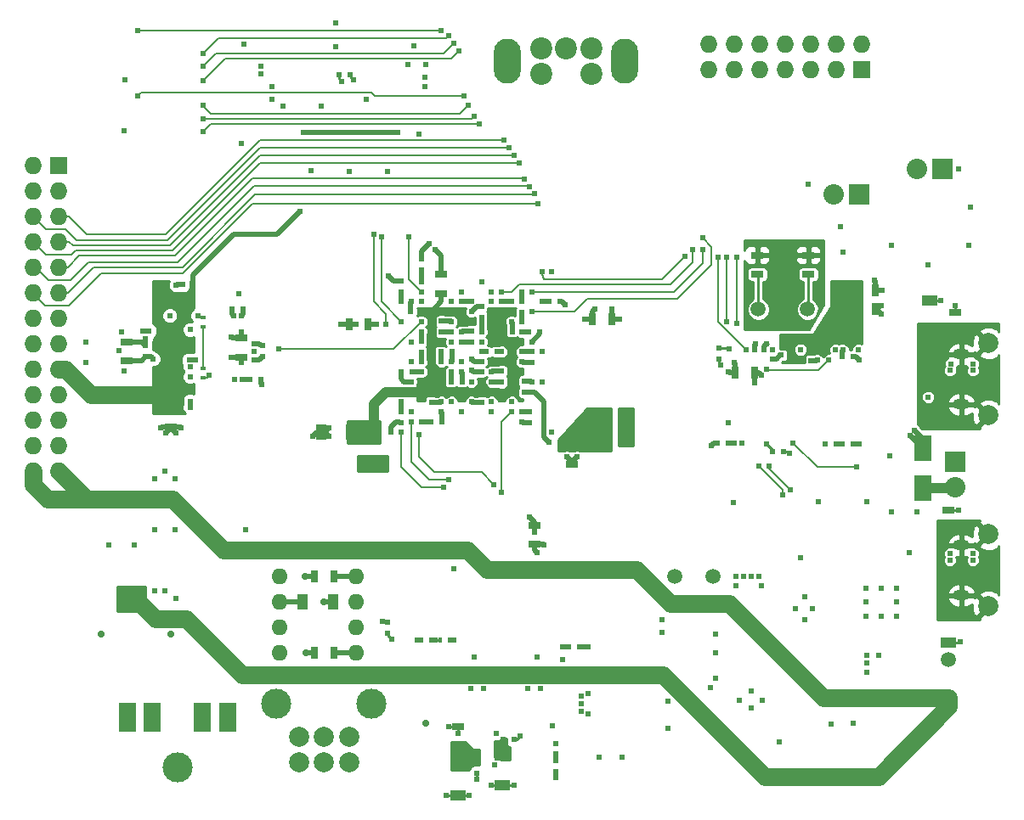
<source format=gbr>
G04 #@! TF.FileFunction,Copper,L4,Bot,Signal*
%FSLAX46Y46*%
G04 Gerber Fmt 4.6, Leading zero omitted, Abs format (unit mm)*
G04 Created by KiCad (PCBNEW (2015-10-06 BZR 6248, Git 20a3e23)-product) date 2015-10-8 0:39:17*
%MOMM*%
G01*
G04 APERTURE LIST*
%ADD10C,0.100000*%
%ADD11C,1.501140*%
%ADD12R,1.600000X1.000000*%
%ADD13R,1.000000X1.600000*%
%ADD14R,1.800860X2.499360*%
%ADD15R,1.300000X0.700000*%
%ADD16R,0.700000X1.300000*%
%ADD17C,3.000000*%
%ADD18R,1.800000X3.000000*%
%ADD19R,1.727200X1.727200*%
%ADD20O,1.727200X1.727200*%
%ADD21O,1.600000X1.600000*%
%ADD22R,2.032000X2.032000*%
%ADD23O,2.032000X2.032000*%
%ADD24C,2.200000*%
%ADD25O,2.700000X4.500000*%
%ADD26C,2.000000*%
%ADD27R,0.600000X0.500000*%
%ADD28R,0.500000X0.600000*%
%ADD29R,0.600000X0.400000*%
%ADD30R,0.400000X0.600000*%
%ADD31O,1.600000X1.100000*%
%ADD32C,0.609600*%
%ADD33C,0.711200*%
%ADD34C,1.778000*%
%ADD35C,1.270000*%
%ADD36C,0.254000*%
%ADD37C,0.508000*%
%ADD38C,0.152400*%
%ADD39C,1.016000*%
G04 APERTURE END LIST*
D10*
D11*
X70584060Y-24765000D03*
X75465940Y-24765000D03*
D12*
X45085000Y-69239000D03*
X45085000Y-72239000D03*
D13*
X25170000Y-53975000D03*
X28170000Y-53975000D03*
D12*
X40640000Y-70255000D03*
X40640000Y-73255000D03*
X87630000Y-23900000D03*
X87630000Y-26900000D03*
D14*
X86995000Y-42638980D03*
X86995000Y-38641020D03*
D15*
X40640000Y-68260000D03*
X40640000Y-66360000D03*
D16*
X82230000Y-22860000D03*
X80330000Y-22860000D03*
D17*
X12700000Y-70485000D03*
D18*
X17700000Y-65485000D03*
X7700000Y-65485000D03*
X15200000Y-65485000D03*
X10200000Y-65485000D03*
D19*
X80890000Y-880000D03*
D20*
X80890000Y1660000D03*
X78350000Y-880000D03*
X78350000Y1660000D03*
X75810000Y-880000D03*
X75810000Y1660000D03*
X73270000Y-880000D03*
X73270000Y1660000D03*
X70730000Y-880000D03*
X70730000Y1660000D03*
X68190000Y-880000D03*
X68190000Y1660000D03*
X65650000Y-880000D03*
X65650000Y1660000D03*
D15*
X90170000Y-25085000D03*
X90170000Y-26985000D03*
D21*
X22860000Y-51435000D03*
X22860000Y-53975000D03*
X22860000Y-56515000D03*
X22860000Y-59055000D03*
X30480000Y-59055000D03*
X30480000Y-56515000D03*
X30480000Y-53975000D03*
X30480000Y-51435000D03*
D12*
X89535000Y-58015000D03*
X89535000Y-55015000D03*
D15*
X32250000Y-39700000D03*
X32250000Y-37800000D03*
X89535000Y-44770000D03*
X89535000Y-46670000D03*
D22*
X80645000Y-13335000D03*
D23*
X78105000Y-13335000D03*
D22*
X90170000Y-40005000D03*
D23*
X90170000Y-42545000D03*
D22*
X88900000Y-10795000D03*
D23*
X86360000Y-10795000D03*
D24*
X51435000Y1230000D03*
X48935000Y1230000D03*
X53935000Y1230000D03*
X48935000Y-1270000D03*
X53935000Y-1270000D03*
D25*
X45585000Y-20000D03*
X57285000Y-20000D03*
D26*
X27305000Y-67435000D03*
X27305000Y-69935000D03*
X29805000Y-69935000D03*
X24805000Y-69935000D03*
X24805000Y-67435000D03*
X29805000Y-67435000D03*
D17*
X32055000Y-64135000D03*
X22555000Y-64135000D03*
D15*
X52000000Y-38300000D03*
X52000000Y-40200000D03*
D16*
X55050000Y-35250000D03*
X56950000Y-35250000D03*
X55050000Y-37250000D03*
X56950000Y-37250000D03*
D15*
X39000000Y-23200000D03*
X39000000Y-21300000D03*
X7620000Y-28006000D03*
X7620000Y-29906000D03*
X48250000Y-46300000D03*
X48250000Y-48200000D03*
X12065000Y-34610000D03*
X12065000Y-36510000D03*
X19050000Y-27625000D03*
X19050000Y-29525000D03*
D16*
X28255000Y-51435000D03*
X26355000Y-51435000D03*
X26355000Y-59055000D03*
X28255000Y-59055000D03*
D15*
X70485000Y-21270000D03*
X70485000Y-19370000D03*
X75565000Y-21270000D03*
X75565000Y-19370000D03*
D16*
X54050000Y-25750000D03*
X55950000Y-25750000D03*
X31700000Y-26250000D03*
X29800000Y-26250000D03*
X80330000Y-24765000D03*
X82230000Y-24765000D03*
X68265000Y-31115000D03*
X70165000Y-31115000D03*
D27*
X40050000Y-29000000D03*
X38950000Y-29000000D03*
D28*
X38000000Y-32950000D03*
X38000000Y-34050000D03*
X45000000Y-25050000D03*
X45000000Y-23950000D03*
X45000000Y-30950000D03*
X45000000Y-32050000D03*
D27*
X44950000Y-27000000D03*
X46050000Y-27000000D03*
D28*
X42000000Y-29700000D03*
X42000000Y-30800000D03*
X41000000Y-25050000D03*
X41000000Y-23950000D03*
D27*
X43450000Y-29000000D03*
X44550000Y-29000000D03*
D28*
X39000000Y-27050000D03*
X39000000Y-25950000D03*
X42000000Y-28050000D03*
X42000000Y-26950000D03*
X9525000Y-28406000D03*
X9525000Y-29506000D03*
D27*
X47700000Y-27000000D03*
X48800000Y-27000000D03*
D28*
X48000000Y-30050000D03*
X48000000Y-28950000D03*
D27*
X37950000Y-36000000D03*
X39050000Y-36000000D03*
D28*
X37000000Y-27950000D03*
X37000000Y-29050000D03*
D27*
X52747000Y-58420000D03*
X51647000Y-58420000D03*
D28*
X13208000Y-23410000D03*
X13208000Y-22310000D03*
D27*
X10964000Y-26924000D03*
X9864000Y-26924000D03*
X12785000Y-29845000D03*
X13885000Y-29845000D03*
D28*
X13970000Y-32851000D03*
X13970000Y-33951000D03*
D27*
X19219000Y-24765000D03*
X18119000Y-24765000D03*
X19897000Y-31750000D03*
X20997000Y-31750000D03*
D28*
X21209000Y-28406000D03*
X21209000Y-29506000D03*
D27*
X29887000Y-1397000D03*
X28787000Y-1397000D03*
X45170000Y-67691000D03*
X46270000Y-67691000D03*
D28*
X42545000Y-69935000D03*
X42545000Y-71035000D03*
X50419000Y-69808000D03*
X50419000Y-70908000D03*
D27*
X71416000Y-28194000D03*
X70316000Y-28194000D03*
X67606000Y-38100000D03*
X66506000Y-38100000D03*
X73956000Y-29337000D03*
X72856000Y-29337000D03*
D28*
X66675000Y-28660000D03*
X66675000Y-29760000D03*
D27*
X78952000Y-29464000D03*
X80052000Y-29464000D03*
D28*
X75819000Y-28787000D03*
X75819000Y-29887000D03*
D27*
X71967000Y-38989000D03*
X73067000Y-38989000D03*
D28*
X47000000Y-23950000D03*
X47000000Y-25050000D03*
X37000000Y-20800000D03*
X37000000Y-19700000D03*
D27*
X49700000Y-24000000D03*
X50800000Y-24000000D03*
D28*
X47750000Y-36050000D03*
X47750000Y-34950000D03*
X47250000Y-33050000D03*
X47250000Y-31950000D03*
X35000000Y-34950000D03*
X35000000Y-36050000D03*
X35000000Y-23050000D03*
X35000000Y-21950000D03*
X43000000Y-32950000D03*
X43000000Y-34050000D03*
D27*
X37050000Y-25000000D03*
X35950000Y-25000000D03*
X41050000Y-32000000D03*
X39950000Y-32000000D03*
D28*
X43000000Y-25550000D03*
X43000000Y-24450000D03*
D27*
X36050000Y-31000000D03*
X34950000Y-31000000D03*
X78952000Y-38227000D03*
X80052000Y-38227000D03*
D29*
X15240000Y-30665000D03*
X15240000Y-31565000D03*
X15240000Y-25585000D03*
X15240000Y-26485000D03*
D28*
X33655000Y-57065000D03*
X33655000Y-55965000D03*
D30*
X38920000Y-57785000D03*
X39820000Y-57785000D03*
X37915000Y-57785000D03*
X37015000Y-57785000D03*
D19*
X880000Y-10405000D03*
D20*
X-1660000Y-10405000D03*
X880000Y-12945000D03*
X-1660000Y-12945000D03*
X880000Y-15485000D03*
X-1660000Y-15485000D03*
X880000Y-18025000D03*
X-1660000Y-18025000D03*
X880000Y-20565000D03*
X-1660000Y-20565000D03*
X880000Y-23105000D03*
X-1660000Y-23105000D03*
X880000Y-25645000D03*
X-1660000Y-25645000D03*
X880000Y-28185000D03*
X-1660000Y-28185000D03*
X880000Y-30725000D03*
X-1660000Y-30725000D03*
X880000Y-33265000D03*
X-1660000Y-33265000D03*
X880000Y-35805000D03*
X-1660000Y-35805000D03*
X880000Y-38345000D03*
X-1660000Y-38345000D03*
X880000Y-40885000D03*
X-1660000Y-40885000D03*
D31*
X90805000Y-53300000D03*
X90805000Y-48300000D03*
D26*
X93505000Y-54400000D03*
X93505000Y-47200000D03*
D31*
X90805000Y-34250000D03*
X90805000Y-29250000D03*
D26*
X93505000Y-35350000D03*
X93505000Y-28150000D03*
D11*
X62230000Y-51435000D03*
X66040000Y-51435000D03*
X89535000Y-59690000D03*
X89535000Y-63500000D03*
D13*
X30000000Y-37000000D03*
X27000000Y-37000000D03*
D32*
X9271000Y-54356000D03*
X9271000Y-53594000D03*
X9271000Y-52832000D03*
X8509000Y-52832000D03*
X8509000Y-53594000D03*
X8509000Y-54356000D03*
X87503000Y-20320000D03*
X80645000Y-29845000D03*
X78232000Y-28829000D03*
X80518000Y-28829000D03*
X72009000Y-28829000D03*
X72009000Y-29718000D03*
X70231000Y-28829000D03*
X65913000Y-38354000D03*
X68961000Y-38100000D03*
X80645000Y-38227000D03*
X81407000Y-60960000D03*
X82550000Y-59309000D03*
X81407000Y-59309000D03*
X81407000Y-60071000D03*
X75946000Y-54610000D03*
X74295000Y-54610000D03*
X69850000Y-64516000D03*
X69850000Y-62865000D03*
X53594000Y-58420000D03*
X50419000Y-71501000D03*
X11430000Y-40894000D03*
X10414000Y-52832000D03*
X21082000Y-32258000D03*
X18415000Y-31750000D03*
X20320000Y-29845000D03*
X20320000Y-28956000D03*
X18288000Y-25400000D03*
X18796000Y-23241000D03*
X13970000Y-26797000D03*
X9271000Y-26924000D03*
X14478000Y-29845000D03*
X11938000Y-25400000D03*
X12573000Y-22352000D03*
X13970000Y-31496000D03*
X13970000Y-34544000D03*
X7366000Y-30924500D03*
X27800000Y-37400000D03*
X27800000Y-36600000D03*
X26200000Y-37400000D03*
X49000000Y-32000000D03*
X12573000Y-37084000D03*
X11557000Y-37084000D03*
X75500000Y-12250000D03*
X74750000Y-49500000D03*
X66294000Y-59055000D03*
X81280000Y-55372000D03*
X81280000Y-52578000D03*
X84328000Y-55372000D03*
X84328000Y-52578000D03*
X87503000Y-33528000D03*
X76454000Y-29845000D03*
X74777600Y-28778200D03*
X89662000Y-49784000D03*
X89662000Y-49149000D03*
X91948000Y-49784000D03*
X91948000Y-49149000D03*
X29083000Y-2032000D03*
X78994000Y-19050000D03*
X89662000Y-30861000D03*
X89789000Y-30226000D03*
X91948000Y-30861000D03*
X91948000Y-30226000D03*
X48000000Y-32000000D03*
X42000000Y-34000000D03*
X43000000Y-31000000D03*
X40000000Y-31000000D03*
X39000000Y-34000000D03*
X48895000Y-62611000D03*
X41910000Y-62611000D03*
X50038000Y-66294000D03*
X44323000Y-70231000D03*
X44450000Y-67056000D03*
X70485000Y-18415000D03*
X75565000Y-18415000D03*
X45000000Y-29000000D03*
X86106000Y-36830000D03*
X85725000Y-37338000D03*
X90678000Y-57912000D03*
X90551000Y-44831000D03*
X90170000Y-24384000D03*
X88773000Y-23876000D03*
X3556000Y-30099000D03*
X3556000Y-28067000D03*
X7112000Y-27051000D03*
X6858000Y-28892500D03*
X47000000Y-29000000D03*
X73700000Y-39100000D03*
X37800000Y-18200000D03*
X38400000Y-18800000D03*
X36000000Y-32000000D03*
X37000000Y-30000000D03*
X28448000Y1397000D03*
X28448000Y3810000D03*
X36250000Y1500000D03*
X36750000Y-7250000D03*
X48500000Y-49000000D03*
X49250000Y-48250000D03*
X30500000Y-26250000D03*
X29000000Y-26250000D03*
X56750000Y-25750000D03*
X56000000Y-24750000D03*
X51300000Y-24300000D03*
X42000000Y-24000000D03*
X37000000Y-24000000D03*
X36000000Y-24000000D03*
X33700000Y-21400000D03*
X34000000Y-37000000D03*
X36000000Y-35000000D03*
X47000000Y-35000000D03*
X42000000Y-25000000D03*
X41000000Y-23000000D03*
X47000000Y-26000000D03*
X44000000Y-35000000D03*
X46000000Y-24000000D03*
X46000000Y-26000000D03*
X39000000Y-35000000D03*
X52500000Y-39500000D03*
X51500000Y-39500000D03*
X57750000Y-37750000D03*
X57750000Y-37000000D03*
X57750000Y-36000000D03*
X57750000Y-35250000D03*
X44000000Y-32000000D03*
X40000000Y-26000000D03*
X39000000Y-30000000D03*
X41000000Y-27000000D03*
X75184000Y-55753000D03*
X75184000Y-53467000D03*
X68707000Y-63754000D03*
X70993000Y-63754000D03*
X19050000Y-30099000D03*
X18034000Y-29591000D03*
X13970000Y-30480000D03*
X11049000Y-36576000D03*
X13081000Y-36576000D03*
X12446000Y-41656000D03*
X10414000Y-41656000D03*
X12446000Y-46736000D03*
X10414000Y-46736000D03*
X5842000Y-48260000D03*
X8382000Y-48260000D03*
X11430000Y-52832000D03*
X12573000Y-53594000D03*
X54737000Y-69469000D03*
X57023000Y-69469000D03*
X65786000Y-62484000D03*
X66294000Y-61595000D03*
X61595000Y-66548000D03*
X61595000Y-63881000D03*
X85598000Y-49022000D03*
X81280000Y-53975000D03*
X82804000Y-55372000D03*
X84328000Y-53975000D03*
X82804000Y-52578000D03*
X72644000Y-67945000D03*
X80010000Y-66040000D03*
X77851000Y-66167000D03*
X70612000Y-26416000D03*
X77216000Y-38227000D03*
X67564000Y-36068000D03*
X66802000Y-30353000D03*
X82804000Y-24384000D03*
X82804000Y-25273000D03*
X70231000Y-32131000D03*
X70866000Y-31369000D03*
X40259000Y-50673000D03*
X33147000Y-55880000D03*
X36576000Y-57785000D03*
X42545000Y-71628000D03*
X46863000Y-67310000D03*
X46228000Y-72263000D03*
X43942000Y-72263000D03*
X39497000Y-73279000D03*
X41783000Y-73279000D03*
X51054000Y-59690000D03*
X50419000Y-68072000D03*
D33*
X37465000Y-66040000D03*
X25400000Y-51435000D03*
X27305000Y-53975000D03*
X25527000Y-59055000D03*
X12065000Y-57150000D03*
X5080000Y-57150000D03*
D32*
X31496000Y-3810000D03*
X27000000Y-4500000D03*
X23250000Y-4500000D03*
X29845000Y-11049000D03*
X33655000Y-11049000D03*
X26035000Y-10922000D03*
X35687000Y-381000D03*
X37465000Y-381000D03*
X19304000Y1651000D03*
X19050000Y-8255000D03*
X7493000Y-1905000D03*
X7366000Y-6985000D03*
X22098000Y-2540000D03*
X22098000Y-3810000D03*
X91694000Y-14605000D03*
X83693000Y-39370000D03*
X86360000Y-44958000D03*
X81407000Y-43942000D03*
X50000000Y-37000000D03*
X50000000Y-21000000D03*
X46000000Y-34000000D03*
X42000000Y-32000000D03*
X41000000Y-30000000D03*
X40000000Y-28000000D03*
X48000000Y-28000000D03*
X36000000Y-28000000D03*
X44000000Y-23000000D03*
X43000000Y-28000000D03*
X43000000Y-30000000D03*
X41000000Y-31000000D03*
X43000000Y-29000000D03*
X53000000Y-38500000D03*
X51500000Y-37500000D03*
X55750000Y-37500000D03*
X54500000Y-36250000D03*
X54250000Y-35250000D03*
X53500000Y-35250000D03*
X44000000Y-31000000D03*
X40000000Y-27000000D03*
X43000000Y-27000000D03*
X40000000Y-30000000D03*
X41000000Y-28000000D03*
X70866000Y-52324000D03*
X70612000Y-51435000D03*
X68326000Y-51435000D03*
X69088000Y-51435000D03*
X68326000Y-52324000D03*
X69850000Y-51435000D03*
X9525000Y-27686000D03*
X10287000Y-29718000D03*
X83820000Y-18415000D03*
X78994000Y-28829000D03*
X71120000Y-28829000D03*
X68199000Y-38100000D03*
X78359000Y-38227000D03*
X51054000Y-58420000D03*
X50419000Y-69088000D03*
X19177000Y-31750000D03*
X20320000Y-28194000D03*
X66294000Y-57150000D03*
X78740000Y-16510000D03*
X90551000Y-10795000D03*
X19500000Y-46750000D03*
X47625000Y-62611000D03*
X43180000Y-62611000D03*
X68072000Y-44069000D03*
X61000000Y-57000000D03*
X61000000Y-55750000D03*
X49750000Y-38000000D03*
X49000000Y-29000000D03*
X47000000Y-30000000D03*
X31000000Y-40500000D03*
X31750000Y-40500000D03*
X32500000Y-40500000D03*
X33250000Y-40500000D03*
X37000000Y-22000000D03*
X37000000Y-31000000D03*
X21000000Y-1250000D03*
X21000000Y-500000D03*
X48250000Y-47000000D03*
X47750000Y-45500000D03*
X32500000Y-26250000D03*
X54250000Y-24750000D03*
X53250000Y-25750000D03*
X49000000Y-24000000D03*
X35000000Y-24000000D03*
X35000000Y-34000000D03*
X37000000Y-36000000D03*
X47000000Y-36000000D03*
X47000000Y-23000000D03*
X48000000Y-33000000D03*
X47000000Y-27000000D03*
X37000000Y-27000000D03*
X19050000Y-27051000D03*
X18034000Y-27559000D03*
X19050000Y-25400000D03*
X52959000Y-64897000D03*
X52959000Y-63373000D03*
X53594000Y-65151000D03*
X52959000Y-64135000D03*
X53594000Y-63119000D03*
X48514000Y-59436000D03*
X42291000Y-59436000D03*
X71374000Y-38227000D03*
X67691000Y-28702000D03*
X82931000Y-22860000D03*
X82169000Y-21844000D03*
X67564000Y-30988000D03*
X68199000Y-30099000D03*
X34036000Y-57658000D03*
X40259000Y-57785000D03*
X40640000Y-67056000D03*
X39751000Y-66421000D03*
X37338000Y-1651000D03*
X37338000Y-2540000D03*
X91567000Y-18415000D03*
X83820000Y-44958000D03*
X76581000Y-43942000D03*
X41000000Y-35000000D03*
X44000000Y-34000000D03*
X40000000Y-34000000D03*
X36000000Y-30000000D03*
X44000000Y-24000000D03*
X40000000Y-24000000D03*
X43000000Y-22000000D03*
X24892000Y-14986000D03*
X20574000Y-17272000D03*
X12954000Y-33528000D03*
X12954000Y-32766000D03*
X12192000Y-33528000D03*
X11684000Y-26924000D03*
X11811000Y-29972000D03*
X13970000Y-23368000D03*
X12192000Y-32766000D03*
X44450000Y-68199000D03*
X44958000Y-68580000D03*
X42545000Y-68961000D03*
X41783000Y-68961000D03*
X76504800Y-28778200D03*
X73990200Y-28778200D03*
X39750000Y-41750000D03*
X36000000Y-36000000D03*
X45000000Y-43000000D03*
X46000000Y-35000000D03*
X66548000Y-19558000D03*
X69342000Y-28829000D03*
X68453000Y-19558000D03*
X68453000Y-26162000D03*
X70612000Y-40386000D03*
X73025000Y-43307000D03*
X14732000Y-25400000D03*
X44250000Y-42250000D03*
X36750000Y-37250000D03*
X15875000Y-31369000D03*
X71374000Y-30734000D03*
X77597000Y-29845000D03*
X33000000Y-17500000D03*
X35000000Y-26000000D03*
X32250000Y-17250000D03*
X33500000Y-26250000D03*
X22750000Y-28750000D03*
X37000000Y-26000000D03*
X67437000Y-26035000D03*
X67437000Y-19558000D03*
X44000000Y-30000000D03*
X44000000Y-27000000D03*
X38000000Y-25000000D03*
X41000000Y-26000000D03*
X43000000Y-32000000D03*
X45000000Y-26000000D03*
X39000000Y-32000000D03*
X39000000Y-28000000D03*
X74000000Y-38100000D03*
X80391000Y-40513000D03*
X73787000Y-42799000D03*
X71628000Y-40386000D03*
X37000000Y-23000000D03*
X35750000Y-17500000D03*
X35000000Y-37000000D03*
X39250000Y-42500000D03*
X39000000Y3000000D03*
X8750000Y3000000D03*
X40750000Y1000000D03*
X15250000Y-2000000D03*
X15250000Y-500000D03*
X40250000Y1750000D03*
X39750000Y2500000D03*
X15250000Y750000D03*
X42750000Y-6250000D03*
X15250000Y-7000000D03*
X42250000Y-5500000D03*
X15250000Y-5750000D03*
X41656000Y-4445000D03*
X15240000Y-4445000D03*
X41250000Y-3500000D03*
X8750000Y-3500000D03*
X63250000Y-19500000D03*
X49000000Y-21000000D03*
X48000000Y-23000000D03*
X65015000Y-18787000D03*
X65015000Y-17644000D03*
X48000000Y-25000000D03*
X63999000Y-18787000D03*
X45000000Y-23000000D03*
X26670000Y-7112000D03*
X25273000Y-7112000D03*
X30226000Y-1905000D03*
X34671000Y-7112000D03*
X29083000Y-7112000D03*
X45203000Y-7865000D03*
X45711000Y-8627000D03*
X46219000Y-9389000D03*
X46727000Y-10151000D03*
X47250000Y-11750000D03*
X47750000Y-12500000D03*
X48250000Y-13250000D03*
X48641000Y-14224000D03*
X38354000Y-57785000D03*
D34*
X89535000Y-63500000D02*
X77089000Y-63500000D01*
X77089000Y-63500000D02*
X67691000Y-54102000D01*
X67691000Y-54102000D02*
X61849000Y-54102000D01*
X61849000Y-54102000D02*
X58447000Y-50700000D01*
X58447000Y-50700000D02*
X43500000Y-50700000D01*
X43500000Y-50700000D02*
X41568000Y-48768000D01*
X41568000Y-48768000D02*
X17272000Y-48768000D01*
X17272000Y-48768000D02*
X12192000Y-43688000D01*
X12192000Y-43688000D02*
X3683000Y-43688000D01*
X3683000Y-43688000D02*
X880000Y-40885000D01*
X-1660000Y-40885000D02*
X-1660000Y-42282000D01*
X-1660000Y-42282000D02*
X-254000Y-43688000D01*
X-254000Y-43688000D02*
X5588000Y-43688000D01*
X67691000Y-54102000D02*
X77089000Y-63500000D01*
X61849000Y-54102000D02*
X67691000Y-54102000D01*
X17272000Y-48768000D02*
X12192000Y-43688000D01*
X12192000Y-43688000D02*
X5588000Y-43688000D01*
X5588000Y-43688000D02*
X3683000Y-43688000D01*
X19177000Y-61214000D02*
X61087000Y-61214000D01*
X61087000Y-61214000D02*
X71247000Y-71374000D01*
X89535000Y-64389000D02*
X82550000Y-71374000D01*
X89535000Y-63500000D02*
X89535000Y-64389000D01*
X82550000Y-71374000D02*
X71247000Y-71374000D01*
X3683000Y-43688000D02*
X880000Y-40885000D01*
X10541000Y-55626000D02*
X8509000Y-53594000D01*
X19177000Y-61214000D02*
X13589000Y-55626000D01*
X13589000Y-55626000D02*
X10541000Y-55626000D01*
D35*
X3683000Y-43688000D02*
X880000Y-40885000D01*
D36*
X8509000Y-53594000D02*
X9271000Y-54356000D01*
X9271000Y-53594000D02*
X9271000Y-52832000D01*
X8509000Y-52832000D02*
X8509000Y-53594000D01*
X7937500Y-54165500D02*
X8509000Y-53594000D01*
X8064500Y-53403500D02*
X8064500Y-53657500D01*
D35*
X8064500Y-53657500D02*
X8001000Y-53594000D01*
D37*
X80052000Y-29464000D02*
X80264000Y-29464000D01*
X80264000Y-29464000D02*
X80645000Y-29845000D01*
X72856000Y-29337000D02*
X72771000Y-29337000D01*
X72771000Y-29337000D02*
X72390000Y-29718000D01*
X72390000Y-29718000D02*
X72009000Y-29718000D01*
X70231000Y-28829000D02*
X70231000Y-28279000D01*
X70231000Y-28279000D02*
X70316000Y-28194000D01*
X66506000Y-38100000D02*
X66167000Y-38100000D01*
X66167000Y-38100000D02*
X65913000Y-38354000D01*
X80052000Y-38227000D02*
X80645000Y-38227000D01*
X52747000Y-58420000D02*
X53594000Y-58420000D01*
X50419000Y-70908000D02*
X50419000Y-71501000D01*
X20997000Y-31750000D02*
X20997000Y-32173000D01*
X20997000Y-32173000D02*
X21082000Y-32258000D01*
X21209000Y-29506000D02*
X21167000Y-29506000D01*
X21167000Y-29506000D02*
X20828000Y-29845000D01*
X20828000Y-29845000D02*
X20320000Y-29845000D01*
X18119000Y-24765000D02*
X18119000Y-25231000D01*
X18119000Y-25231000D02*
X18288000Y-25400000D01*
X9864000Y-26924000D02*
X9271000Y-26924000D01*
X13885000Y-29845000D02*
X14478000Y-29845000D01*
X13208000Y-22310000D02*
X12615000Y-22310000D01*
X12615000Y-22310000D02*
X12573000Y-22352000D01*
X13970000Y-33951000D02*
X13970000Y-34544000D01*
X27000000Y-37000000D02*
X27400000Y-37000000D01*
X27400000Y-37000000D02*
X27800000Y-37400000D01*
X27000000Y-37000000D02*
X27400000Y-37000000D01*
X27400000Y-37000000D02*
X27800000Y-36600000D01*
X27000000Y-37000000D02*
X26600000Y-37000000D01*
X26600000Y-37000000D02*
X26200000Y-37400000D01*
X12065000Y-36510000D02*
X12065000Y-36576000D01*
X12065000Y-36576000D02*
X12573000Y-37084000D01*
X12065000Y-36510000D02*
X12065000Y-36576000D01*
X12065000Y-36576000D02*
X11557000Y-37084000D01*
X75819000Y-29887000D02*
X76412000Y-29887000D01*
X76412000Y-29887000D02*
X76454000Y-29845000D01*
D36*
X28787000Y-1397000D02*
X28787000Y-1736000D01*
X28787000Y-1736000D02*
X29083000Y-2032000D01*
D37*
X47250000Y-31950000D02*
X47950000Y-31950000D01*
X47950000Y-31950000D02*
X48000000Y-32000000D01*
X43000000Y-34050000D02*
X42050000Y-34050000D01*
X42050000Y-34050000D02*
X42000000Y-34000000D01*
X42200000Y-31000000D02*
X43000000Y-31000000D01*
X42200000Y-31000000D02*
X42000000Y-30800000D01*
X39950000Y-32000000D02*
X39950000Y-31050000D01*
X39950000Y-31050000D02*
X40000000Y-31000000D01*
X38950000Y-34050000D02*
X39000000Y-34000000D01*
X38000000Y-34050000D02*
X38950000Y-34050000D01*
D36*
X70485000Y-19370000D02*
X70485000Y-18415000D01*
X75565000Y-19370000D02*
X75565000Y-18415000D01*
D38*
X45000000Y-29000000D02*
X44550000Y-29000000D01*
D37*
X86995000Y-38641020D02*
X86995000Y-37719000D01*
X86995000Y-37719000D02*
X86106000Y-36830000D01*
X86995000Y-38641020D02*
X86995000Y-38608000D01*
X86995000Y-38608000D02*
X85725000Y-37338000D01*
D36*
X89535000Y-58015000D02*
X90575000Y-58015000D01*
X90575000Y-58015000D02*
X90678000Y-57912000D01*
X89535000Y-44770000D02*
X90490000Y-44770000D01*
X90490000Y-44770000D02*
X90551000Y-44831000D01*
X90170000Y-25085000D02*
X90170000Y-24384000D01*
X88749000Y-23900000D02*
X88773000Y-23876000D01*
X87630000Y-23900000D02*
X88749000Y-23900000D01*
X90170000Y-25085000D02*
X90170000Y-24892000D01*
X89535000Y-44770000D02*
X89982000Y-44770000D01*
D37*
X48000000Y-28950000D02*
X47050000Y-28950000D01*
X47050000Y-28950000D02*
X47000000Y-29000000D01*
D36*
X73067000Y-38989000D02*
X73589000Y-38989000D01*
X73589000Y-38989000D02*
X73700000Y-39100000D01*
D37*
X37000000Y-19700000D02*
X37000000Y-19000000D01*
X37000000Y-19000000D02*
X37800000Y-18200000D01*
X39000000Y-21300000D02*
X39000000Y-19400000D01*
X39000000Y-19400000D02*
X38400000Y-18800000D01*
X34950000Y-31000000D02*
X34950000Y-31700000D01*
X35250000Y-32000000D02*
X36000000Y-32000000D01*
X34950000Y-31700000D02*
X35250000Y-32000000D01*
X37000000Y-29050000D02*
X37000000Y-30000000D01*
X48250000Y-48200000D02*
X48250000Y-48750000D01*
X48250000Y-48750000D02*
X48500000Y-49000000D01*
X48250000Y-48200000D02*
X49200000Y-48200000D01*
X49200000Y-48200000D02*
X49250000Y-48250000D01*
X29800000Y-26250000D02*
X30500000Y-26250000D01*
X29800000Y-26250000D02*
X29000000Y-26250000D01*
X55950000Y-25750000D02*
X56750000Y-25750000D01*
X55950000Y-25750000D02*
X55950000Y-24800000D01*
X55950000Y-24800000D02*
X56000000Y-24750000D01*
X50800000Y-24000000D02*
X51000000Y-24000000D01*
X51000000Y-24000000D02*
X51300000Y-24300000D01*
X41000000Y-23950000D02*
X41950000Y-23950000D01*
X41950000Y-23950000D02*
X42000000Y-24000000D01*
X35950000Y-25000000D02*
X35950000Y-24050000D01*
X35950000Y-24050000D02*
X36000000Y-24000000D01*
X35000000Y-21950000D02*
X34250000Y-21950000D01*
X34250000Y-21950000D02*
X33700000Y-21400000D01*
X34000000Y-37000000D02*
X34000000Y-36500000D01*
X34500000Y-36000000D02*
X34750000Y-36000000D01*
X34000000Y-36500000D02*
X34500000Y-36000000D01*
X34750000Y-36000000D02*
X35000000Y-36050000D01*
X39050000Y-36000000D02*
X39050000Y-35050000D01*
X39050000Y-35050000D02*
X39000000Y-35000000D01*
X47750000Y-34950000D02*
X47050000Y-34950000D01*
X47050000Y-34950000D02*
X47000000Y-35000000D01*
X43000000Y-24450000D02*
X42550000Y-24450000D01*
X42550000Y-24450000D02*
X42000000Y-25000000D01*
X47000000Y-25050000D02*
X47000000Y-26000000D01*
X48800000Y-27000000D02*
X48800000Y-27200000D01*
X48800000Y-27200000D02*
X48000000Y-28000000D01*
X45000000Y-23950000D02*
X45950000Y-23950000D01*
X45950000Y-23950000D02*
X46000000Y-24000000D01*
X46050000Y-27000000D02*
X46050000Y-26050000D01*
X46050000Y-26050000D02*
X46000000Y-26000000D01*
X52000000Y-40200000D02*
X52000000Y-40000000D01*
X52000000Y-40000000D02*
X52500000Y-39500000D01*
X52000000Y-40000000D02*
X51500000Y-39500000D01*
X56950000Y-37250000D02*
X57250000Y-37250000D01*
X57250000Y-37250000D02*
X57750000Y-37750000D01*
X56950000Y-37250000D02*
X57500000Y-37250000D01*
X57500000Y-37250000D02*
X57750000Y-37000000D01*
X56950000Y-35250000D02*
X57000000Y-35250000D01*
X57000000Y-35250000D02*
X57750000Y-36000000D01*
X56950000Y-35250000D02*
X57750000Y-35250000D01*
X45000000Y-32050000D02*
X44050000Y-32050000D01*
X44050000Y-32050000D02*
X44000000Y-32000000D01*
X39000000Y-25950000D02*
X39950000Y-25950000D01*
X39950000Y-25950000D02*
X40000000Y-26000000D01*
X38950000Y-29000000D02*
X38950000Y-29950000D01*
X38950000Y-29950000D02*
X39000000Y-30000000D01*
X42000000Y-26950000D02*
X41050000Y-26950000D01*
X41050000Y-26950000D02*
X41000000Y-27000000D01*
X19050000Y-29525000D02*
X19050000Y-30099000D01*
X19050000Y-29525000D02*
X18100000Y-29525000D01*
X18100000Y-29525000D02*
X18034000Y-29591000D01*
X12065000Y-36510000D02*
X11115000Y-36510000D01*
X11115000Y-36510000D02*
X11049000Y-36576000D01*
X12065000Y-36510000D02*
X13015000Y-36510000D01*
X13015000Y-36510000D02*
X13081000Y-36576000D01*
D36*
X66675000Y-29760000D02*
X66675000Y-30226000D01*
X66675000Y-30226000D02*
X66802000Y-30353000D01*
D37*
X82230000Y-24765000D02*
X82423000Y-24765000D01*
X82423000Y-24765000D02*
X82804000Y-24384000D01*
X82230000Y-24765000D02*
X82296000Y-24765000D01*
X82296000Y-24765000D02*
X82804000Y-25273000D01*
X70165000Y-31115000D02*
X70165000Y-32065000D01*
X70165000Y-32065000D02*
X70231000Y-32131000D01*
X70165000Y-31115000D02*
X70612000Y-31115000D01*
X70612000Y-31115000D02*
X70866000Y-31369000D01*
D36*
X33655000Y-55965000D02*
X33232000Y-55965000D01*
X33232000Y-55965000D02*
X33147000Y-55880000D01*
X37015000Y-57785000D02*
X36576000Y-57785000D01*
X42545000Y-71035000D02*
X42545000Y-71628000D01*
X46270000Y-67691000D02*
X46482000Y-67691000D01*
X46482000Y-67691000D02*
X46863000Y-67310000D01*
X45085000Y-72239000D02*
X46204000Y-72239000D01*
X46204000Y-72239000D02*
X46228000Y-72263000D01*
X45085000Y-72239000D02*
X43966000Y-72239000D01*
X43966000Y-72239000D02*
X43942000Y-72263000D01*
X40640000Y-73255000D02*
X39521000Y-73255000D01*
X39521000Y-73255000D02*
X39497000Y-73279000D01*
X40640000Y-73255000D02*
X41759000Y-73255000D01*
X41759000Y-73255000D02*
X41783000Y-73279000D01*
D37*
X26355000Y-51435000D02*
X25400000Y-51435000D01*
X28170000Y-53975000D02*
X27305000Y-53975000D01*
X26355000Y-59055000D02*
X25527000Y-59055000D01*
X43000000Y-30000000D02*
X42300000Y-30000000D01*
X42300000Y-30000000D02*
X42000000Y-29700000D01*
X41050000Y-32000000D02*
X41050000Y-31050000D01*
X41050000Y-31050000D02*
X41000000Y-31000000D01*
D38*
X43000000Y-29000000D02*
X43450000Y-29000000D01*
D37*
X43000000Y-25550000D02*
X43000000Y-27000000D01*
X52000000Y-38300000D02*
X52800000Y-38300000D01*
X52800000Y-38300000D02*
X53000000Y-38500000D01*
X52000000Y-38300000D02*
X52000000Y-38000000D01*
X52000000Y-38000000D02*
X51500000Y-37500000D01*
X55050000Y-37250000D02*
X55500000Y-37250000D01*
X55500000Y-37250000D02*
X55750000Y-37500000D01*
X55050000Y-37250000D02*
X55050000Y-36800000D01*
X55050000Y-36800000D02*
X54500000Y-36250000D01*
X55050000Y-35250000D02*
X54250000Y-35250000D01*
X55050000Y-35250000D02*
X53500000Y-35250000D01*
X45000000Y-30950000D02*
X44050000Y-30950000D01*
X44050000Y-30950000D02*
X44000000Y-31000000D01*
X39050000Y-27000000D02*
X40000000Y-27000000D01*
X39050000Y-27000000D02*
X39000000Y-27050000D01*
X40050000Y-29000000D02*
X40050000Y-29950000D01*
X40050000Y-29950000D02*
X40000000Y-30000000D01*
X42000000Y-28050000D02*
X41050000Y-28050000D01*
X41050000Y-28050000D02*
X41000000Y-28000000D01*
X9525000Y-27686000D02*
X9525000Y-28406000D01*
X7620000Y-28006000D02*
X9125000Y-28006000D01*
X9125000Y-28006000D02*
X9525000Y-28406000D01*
D38*
X9525000Y-28406000D02*
X9525000Y-27686000D01*
D37*
X9525000Y-29506000D02*
X10075000Y-29506000D01*
X10075000Y-29506000D02*
X10287000Y-29718000D01*
X7620000Y-29906000D02*
X9125000Y-29906000D01*
X9125000Y-29906000D02*
X9525000Y-29506000D01*
X78952000Y-29464000D02*
X78952000Y-28871000D01*
X78952000Y-28871000D02*
X78994000Y-28829000D01*
X71120000Y-28829000D02*
X71120000Y-28490000D01*
X71120000Y-28490000D02*
X71416000Y-28194000D01*
D36*
X71501000Y-28152000D02*
X71543000Y-28194000D01*
D37*
X67606000Y-38100000D02*
X68199000Y-38100000D01*
X78952000Y-38227000D02*
X78359000Y-38227000D01*
X51647000Y-58420000D02*
X51054000Y-58420000D01*
X50419000Y-69808000D02*
X50419000Y-69088000D01*
X19897000Y-31750000D02*
X19177000Y-31750000D01*
X21209000Y-28406000D02*
X21040000Y-28406000D01*
X21040000Y-28406000D02*
X20828000Y-28194000D01*
X20828000Y-28194000D02*
X20320000Y-28194000D01*
X49750000Y-38000000D02*
X49250000Y-37500000D01*
X48250000Y-33000000D02*
X49250000Y-34000000D01*
X49250000Y-34000000D02*
X49250000Y-37500000D01*
X48250000Y-33000000D02*
X48000000Y-33000000D01*
X48000000Y-30050000D02*
X47050000Y-30050000D01*
X47050000Y-30050000D02*
X47000000Y-30000000D01*
X32250000Y-39700000D02*
X31800000Y-39700000D01*
X31800000Y-39700000D02*
X31000000Y-40500000D01*
X32250000Y-39700000D02*
X32200000Y-39700000D01*
X32200000Y-39700000D02*
X31750000Y-40500000D01*
X32250000Y-39700000D02*
X32450000Y-40450000D01*
X32450000Y-40450000D02*
X32500000Y-40500000D01*
X32250000Y-39700000D02*
X32800000Y-39700000D01*
X32800000Y-39700000D02*
X33250000Y-40500000D01*
X37000000Y-20800000D02*
X37000000Y-22000000D01*
X36050000Y-31000000D02*
X37000000Y-31000000D01*
X48250000Y-46300000D02*
X48250000Y-47000000D01*
X48250000Y-46300000D02*
X48250000Y-46000000D01*
X48250000Y-46000000D02*
X47750000Y-45500000D01*
X31700000Y-26250000D02*
X32500000Y-26250000D01*
X54050000Y-25750000D02*
X54050000Y-24950000D01*
X54050000Y-24950000D02*
X54250000Y-24750000D01*
X54050000Y-25750000D02*
X53250000Y-25750000D01*
X49700000Y-24000000D02*
X49000000Y-24000000D01*
X35000000Y-23050000D02*
X35000000Y-24000000D01*
X35000000Y-34950000D02*
X35000000Y-34000000D01*
X37950000Y-36000000D02*
X37000000Y-36000000D01*
X47750000Y-36050000D02*
X47050000Y-36050000D01*
X47050000Y-36050000D02*
X47000000Y-36000000D01*
X47000000Y-23950000D02*
X47000000Y-23000000D01*
X47950000Y-33050000D02*
X48000000Y-33000000D01*
X47950000Y-33050000D02*
X47250000Y-33050000D01*
X47700000Y-27000000D02*
X47000000Y-27000000D01*
X37000000Y-27950000D02*
X37000000Y-27000000D01*
X19050000Y-27625000D02*
X19050000Y-27051000D01*
X19050000Y-27625000D02*
X18100000Y-27625000D01*
X18100000Y-27625000D02*
X18034000Y-27559000D01*
X19219000Y-24765000D02*
X19219000Y-25231000D01*
X19219000Y-25231000D02*
X19050000Y-25400000D01*
D36*
X71967000Y-38989000D02*
X71967000Y-38820000D01*
X71967000Y-38820000D02*
X71374000Y-38227000D01*
X66675000Y-28660000D02*
X67649000Y-28660000D01*
X67649000Y-28660000D02*
X67691000Y-28702000D01*
D37*
X82230000Y-22860000D02*
X82931000Y-22860000D01*
X82230000Y-22860000D02*
X82230000Y-21905000D01*
X82230000Y-21905000D02*
X82169000Y-21844000D01*
X68265000Y-31115000D02*
X67691000Y-31115000D01*
X67691000Y-31115000D02*
X67564000Y-30988000D01*
X68265000Y-31115000D02*
X68265000Y-30165000D01*
X68265000Y-30165000D02*
X68199000Y-30099000D01*
D36*
X33655000Y-57065000D02*
X33655000Y-57277000D01*
X33655000Y-57277000D02*
X34036000Y-57658000D01*
X39820000Y-57785000D02*
X40259000Y-57785000D01*
X40640000Y-66360000D02*
X40640000Y-67056000D01*
X40640000Y-66360000D02*
X39812000Y-66360000D01*
X39812000Y-66360000D02*
X39751000Y-66421000D01*
D37*
X25170000Y-53975000D02*
X22860000Y-53975000D01*
X20574000Y-17272000D02*
X22606000Y-17272000D01*
X22606000Y-17272000D02*
X24892000Y-14986000D01*
X20574000Y-17272000D02*
X18288000Y-17272000D01*
X18288000Y-17272000D02*
X14224000Y-21336000D01*
X14224000Y-21336000D02*
X14224000Y-22352000D01*
D34*
X880000Y-30725000D02*
X1515000Y-30725000D01*
X1515000Y-30725000D02*
X4064000Y-33274000D01*
X4064000Y-33274000D02*
X10668000Y-33274000D01*
D38*
X12192000Y-32766000D02*
X12954000Y-32766000D01*
D37*
X12404000Y-26543000D02*
X12065000Y-26543000D01*
X12065000Y-26543000D02*
X11684000Y-26924000D01*
X12658000Y-29972000D02*
X11811000Y-29972000D01*
X12658000Y-29972000D02*
X12785000Y-29845000D01*
X13335000Y-23453000D02*
X13885000Y-23453000D01*
X13885000Y-23453000D02*
X13970000Y-23368000D01*
X28255000Y-51435000D02*
X30480000Y-51435000D01*
D36*
X41783000Y-68961000D02*
X42545000Y-68961000D01*
X70584060Y-24765000D02*
X70584060Y-21369060D01*
X70584060Y-21369060D02*
X70485000Y-21270000D01*
X75565000Y-21270000D02*
X75565000Y-24665940D01*
X75565000Y-24665940D02*
X75465940Y-24765000D01*
D38*
X37750000Y-41750000D02*
X39750000Y-41750000D01*
X36000000Y-40000000D02*
X37750000Y-41750000D01*
X36000000Y-36000000D02*
X36000000Y-40000000D01*
X46000000Y-35000000D02*
X45000000Y-36000000D01*
X45000000Y-36000000D02*
X45000000Y-43000000D01*
X69342000Y-28829000D02*
X66548000Y-26035000D01*
X66548000Y-19558000D02*
X66548000Y-26035000D01*
X68453000Y-19558000D02*
X68453000Y-26162000D01*
X70636000Y-40386000D02*
X73037000Y-42787000D01*
X70612000Y-40386000D02*
X70636000Y-40386000D01*
X73037000Y-43295000D02*
X73025000Y-43307000D01*
X73037000Y-42787000D02*
X73037000Y-43295000D01*
X14917000Y-25585000D02*
X15240000Y-25585000D01*
X14732000Y-25400000D02*
X14917000Y-25585000D01*
X43000000Y-41000000D02*
X44250000Y-42250000D01*
X38250000Y-41000000D02*
X43000000Y-41000000D01*
X36750000Y-39500000D02*
X38250000Y-41000000D01*
X36750000Y-37250000D02*
X36750000Y-39500000D01*
X15240000Y-26485000D02*
X15240000Y-30665000D01*
X15240000Y-31565000D02*
X15679000Y-31565000D01*
X15679000Y-31565000D02*
X15875000Y-31369000D01*
X71374000Y-30734000D02*
X71501000Y-30861000D01*
X71501000Y-30861000D02*
X72644000Y-30861000D01*
X72517000Y-30861000D02*
X72644000Y-30861000D01*
X77597000Y-29845000D02*
X76581000Y-30861000D01*
X76581000Y-30861000D02*
X72644000Y-30861000D01*
X35000000Y-26000000D02*
X33000000Y-24000000D01*
X33000000Y-24000000D02*
X33000000Y-17500000D01*
X33500000Y-26250000D02*
X33500000Y-25250000D01*
X32250000Y-24000000D02*
X32250000Y-17250000D01*
X33500000Y-25250000D02*
X32250000Y-24000000D01*
X22750000Y-28750000D02*
X34250000Y-28750000D01*
X34250000Y-28750000D02*
X37000000Y-26000000D01*
X67437000Y-19558000D02*
X67437000Y-26035000D01*
D37*
X44000000Y-27000000D02*
X44950000Y-27000000D01*
D39*
X37750000Y-32500000D02*
X37250000Y-32500000D01*
X32250000Y-34250000D02*
X32250000Y-37800000D01*
X33500000Y-33000000D02*
X32250000Y-34250000D01*
X36750000Y-33000000D02*
X33500000Y-33000000D01*
X37250000Y-32500000D02*
X36750000Y-33000000D01*
D37*
X38000000Y-25000000D02*
X39000000Y-24000000D01*
X39000000Y-24000000D02*
X39000000Y-23200000D01*
X37050000Y-25000000D02*
X38000000Y-25000000D01*
X41000000Y-25050000D02*
X41000000Y-26000000D01*
X40950000Y-25950000D02*
X41000000Y-26000000D01*
X43000000Y-32950000D02*
X43000000Y-32000000D01*
X45000000Y-25050000D02*
X45000000Y-26000000D01*
X39000000Y-32950000D02*
X39000000Y-32000000D01*
D38*
X74000000Y-38100000D02*
X74041000Y-38100000D01*
X74041000Y-38100000D02*
X76454000Y-40513000D01*
X76454000Y-40513000D02*
X80391000Y-40513000D01*
D39*
X86995000Y-42638980D02*
X90076020Y-42638980D01*
X90076020Y-42638980D02*
X90170000Y-42545000D01*
D38*
X71628000Y-40640000D02*
X71628000Y-40386000D01*
X73787000Y-42799000D02*
X71628000Y-40640000D01*
X37000000Y-23000000D02*
X35750000Y-21750000D01*
X35750000Y-21750000D02*
X35750000Y-17500000D01*
X35000000Y-37000000D02*
X35000000Y-40500000D01*
X35000000Y-40500000D02*
X37000000Y-42500000D01*
X37000000Y-42500000D02*
X39250000Y-42500000D01*
X39000000Y3000000D02*
X8750000Y3000000D01*
X15250000Y-2000000D02*
X17500000Y250000D01*
X40000000Y250000D02*
X17500000Y250000D01*
X40750000Y1000000D02*
X40000000Y250000D01*
X15250000Y-500000D02*
X16500000Y750000D01*
X39250000Y750000D02*
X16500000Y750000D01*
X40250000Y1750000D02*
X39250000Y750000D01*
X15250000Y750000D02*
X16750000Y2250000D01*
X39500000Y2250000D02*
X16750000Y2250000D01*
X39750000Y2500000D02*
X39500000Y2250000D01*
X16000000Y-6250000D02*
X42750000Y-6250000D01*
X15250000Y-7000000D02*
X16000000Y-6250000D01*
X15250000Y-5750000D02*
X42000000Y-5750000D01*
X42000000Y-5750000D02*
X42250000Y-5500000D01*
X15240000Y-4445000D02*
X15240000Y-4490000D01*
X40851000Y-5250000D02*
X41656000Y-4445000D01*
X16000000Y-5250000D02*
X40851000Y-5250000D01*
X15240000Y-4490000D02*
X16000000Y-5250000D01*
X32004000Y-3175000D02*
X9075000Y-3175000D01*
X32329000Y-3500000D02*
X32004000Y-3175000D01*
X41250000Y-3500000D02*
X32329000Y-3500000D01*
X9075000Y-3175000D02*
X8750000Y-3500000D01*
X61000000Y-21750000D02*
X63250000Y-19500000D01*
X49250000Y-21750000D02*
X61000000Y-21750000D01*
X49000000Y-21000000D02*
X49000000Y-21250000D01*
X49000000Y-21250000D02*
X49250000Y-21750000D01*
X48000000Y-23000000D02*
X62199000Y-23000000D01*
X65015000Y-20184000D02*
X65015000Y-18787000D01*
X62199000Y-23000000D02*
X65015000Y-20184000D01*
X53500000Y-23750000D02*
X62465000Y-23750000D01*
X65904000Y-18533000D02*
X65015000Y-17644000D01*
X65904000Y-20311000D02*
X65904000Y-18533000D01*
X62465000Y-23750000D02*
X65904000Y-20311000D01*
X52250000Y-25000000D02*
X53500000Y-23750000D01*
X48000000Y-25000000D02*
X52250000Y-25000000D01*
X63999000Y-18787000D02*
X63999000Y-20057000D01*
X61806000Y-22250000D02*
X63999000Y-20057000D01*
X45000000Y-23000000D02*
X46000000Y-23000000D01*
X46750000Y-22250000D02*
X61806000Y-22250000D01*
X46000000Y-23000000D02*
X46750000Y-22250000D01*
D37*
X28255000Y-59055000D02*
X30480000Y-59055000D01*
X26670000Y-7112000D02*
X25908000Y-7112000D01*
X29083000Y-7112000D02*
X25908000Y-7112000D01*
X25908000Y-7112000D02*
X25273000Y-7112000D01*
D36*
X29887000Y-1397000D02*
X29887000Y-1566000D01*
X29887000Y-1566000D02*
X30226000Y-1905000D01*
D37*
X29083000Y-7112000D02*
X34671000Y-7112000D01*
D38*
X880000Y-15485000D02*
X1896000Y-15485000D01*
X1896000Y-15485000D02*
X3674000Y-17263000D01*
X11548000Y-17263000D02*
X3674000Y-17263000D01*
X45203000Y-7865000D02*
X20946000Y-7865000D01*
X20946000Y-7865000D02*
X11548000Y-17263000D01*
X-1660000Y-15485000D02*
X-390000Y-16755000D01*
X-390000Y-16755000D02*
X1515000Y-16755000D01*
X1515000Y-16755000D02*
X2658000Y-17898000D01*
X11675000Y-17898000D02*
X2658000Y-17898000D01*
X20946000Y-8627000D02*
X45711000Y-8627000D01*
X20946000Y-8627000D02*
X11675000Y-17898000D01*
X880000Y-18025000D02*
X1896000Y-18025000D01*
X46219000Y-9389000D02*
X20946000Y-9389000D01*
X11929000Y-18406000D02*
X2277000Y-18406000D01*
X20946000Y-9389000D02*
X11929000Y-18406000D01*
X1896000Y-18025000D02*
X2277000Y-18406000D01*
X-1660000Y-18025000D02*
X-390000Y-19295000D01*
X20946000Y-10151000D02*
X12183000Y-18914000D01*
X12183000Y-18914000D02*
X2531000Y-18914000D01*
X46727000Y-10151000D02*
X20946000Y-10151000D01*
X2150000Y-19295000D02*
X2531000Y-18914000D01*
X-390000Y-19295000D02*
X2150000Y-19295000D01*
X20184000Y-11675000D02*
X47175000Y-11675000D01*
X47175000Y-11675000D02*
X47250000Y-11750000D01*
X880000Y-20565000D02*
X1769000Y-20565000D01*
X2912000Y-19422000D02*
X12437000Y-19422000D01*
X1769000Y-20565000D02*
X2912000Y-19422000D01*
X20184000Y-11675000D02*
X12437000Y-19422000D01*
X20311000Y-12437000D02*
X47687000Y-12437000D01*
X47687000Y-12437000D02*
X47750000Y-12500000D01*
X-1660000Y-20565000D02*
X-1406000Y-20565000D01*
X-1406000Y-20565000D02*
X-136000Y-21835000D01*
X-136000Y-21835000D02*
X2023000Y-21835000D01*
X2023000Y-21835000D02*
X3801000Y-20057000D01*
X3801000Y-20057000D02*
X12691000Y-20057000D01*
X20311000Y-12437000D02*
X12691000Y-20057000D01*
X20438000Y-13326000D02*
X48174000Y-13326000D01*
X48174000Y-13326000D02*
X48250000Y-13250000D01*
X880000Y-23105000D02*
X1769000Y-23105000D01*
X20438000Y-13326000D02*
X13199000Y-20565000D01*
X13199000Y-20565000D02*
X4309000Y-20565000D01*
X1769000Y-23105000D02*
X4309000Y-20565000D01*
X48632000Y-14215000D02*
X48641000Y-14224000D01*
X-517000Y-24375000D02*
X-1660000Y-23232000D01*
X-517000Y-24375000D02*
X1896000Y-24375000D01*
X1896000Y-24375000D02*
X5071000Y-21200000D01*
X5071000Y-21200000D02*
X13199000Y-21200000D01*
X20184000Y-14215000D02*
X13199000Y-21200000D01*
X48632000Y-14215000D02*
X20184000Y-14215000D01*
X-1660000Y-23105000D02*
X-1660000Y-23232000D01*
D36*
X38920000Y-57785000D02*
X38354000Y-57785000D01*
X38354000Y-57785000D02*
X37915000Y-57785000D01*
G36*
X42074197Y-68669803D02*
X42116211Y-68697666D01*
X42164000Y-68707000D01*
X42799000Y-68707000D01*
X42799000Y-70217858D01*
X42795000Y-70217048D01*
X42295000Y-70217048D01*
X42106747Y-70252470D01*
X41933847Y-70363728D01*
X41817855Y-70533488D01*
X41777048Y-70735000D01*
X41777048Y-70739000D01*
X40005000Y-70739000D01*
X40005000Y-67945000D01*
X41349394Y-67945000D01*
X42074197Y-68669803D01*
X42074197Y-68669803D01*
G37*
X42074197Y-68669803D02*
X42116211Y-68697666D01*
X42164000Y-68707000D01*
X42799000Y-68707000D01*
X42799000Y-70217858D01*
X42795000Y-70217048D01*
X42295000Y-70217048D01*
X42106747Y-70252470D01*
X41933847Y-70363728D01*
X41817855Y-70533488D01*
X41777048Y-70735000D01*
X41777048Y-70739000D01*
X40005000Y-70739000D01*
X40005000Y-67945000D01*
X41349394Y-67945000D01*
X42074197Y-68669803D01*
G36*
X45452048Y-67941000D02*
X45487470Y-68129253D01*
X45598728Y-68302153D01*
X45768488Y-68418145D01*
X45847000Y-68434044D01*
X45847000Y-69723000D01*
X44964357Y-69723000D01*
X44784016Y-69542343D01*
X44485385Y-69418341D01*
X44323000Y-69418199D01*
X44323000Y-67868690D01*
X44610967Y-67868941D01*
X44909813Y-67745460D01*
X45091591Y-67564000D01*
X45452048Y-67564000D01*
X45452048Y-67941000D01*
X45452048Y-67941000D01*
G37*
X45452048Y-67941000D02*
X45487470Y-68129253D01*
X45598728Y-68302153D01*
X45768488Y-68418145D01*
X45847000Y-68434044D01*
X45847000Y-69723000D01*
X44964357Y-69723000D01*
X44784016Y-69542343D01*
X44485385Y-69418341D01*
X44323000Y-69418199D01*
X44323000Y-67868690D01*
X44610967Y-67868941D01*
X44909813Y-67745460D01*
X45091591Y-67564000D01*
X45452048Y-67564000D01*
X45452048Y-67941000D01*
G36*
X9525000Y-54864000D02*
X6731000Y-54864000D01*
X6731000Y-52451000D01*
X9525000Y-52451000D01*
X9525000Y-54864000D01*
X9525000Y-54864000D01*
G37*
X9525000Y-54864000D02*
X6731000Y-54864000D01*
X6731000Y-52451000D01*
X9525000Y-52451000D01*
X9525000Y-54864000D01*
G36*
X55873000Y-38873000D02*
X52778332Y-38873000D01*
X52637013Y-38814319D01*
X52364184Y-38814081D01*
X52221590Y-38873000D01*
X51778332Y-38873000D01*
X51637013Y-38814319D01*
X51364184Y-38814081D01*
X51221590Y-38873000D01*
X50627000Y-38873000D01*
X50627000Y-37799401D01*
X53341749Y-34837857D01*
X53552606Y-34627000D01*
X55873000Y-34627000D01*
X55873000Y-38873000D01*
X55873000Y-38873000D01*
G37*
X55873000Y-38873000D02*
X52778332Y-38873000D01*
X52637013Y-38814319D01*
X52364184Y-38814081D01*
X52221590Y-38873000D01*
X51778332Y-38873000D01*
X51637013Y-38814319D01*
X51364184Y-38814081D01*
X51221590Y-38873000D01*
X50627000Y-38873000D01*
X50627000Y-37799401D01*
X53341749Y-34837857D01*
X53552606Y-34627000D01*
X55873000Y-34627000D01*
X55873000Y-38873000D01*
G36*
X58123000Y-38373000D02*
X56627000Y-38373000D01*
X56627000Y-34627000D01*
X58123000Y-34627000D01*
X58123000Y-38373000D01*
X58123000Y-38373000D01*
G37*
X58123000Y-38373000D02*
X56627000Y-38373000D01*
X56627000Y-34627000D01*
X58123000Y-34627000D01*
X58123000Y-38373000D01*
G36*
X36862987Y-24685681D02*
X37135816Y-24685919D01*
X37278410Y-24627000D01*
X39721668Y-24627000D01*
X39862987Y-24685681D01*
X40135816Y-24685919D01*
X40278410Y-24627000D01*
X40693388Y-24627000D01*
X40750000Y-24638464D01*
X41250000Y-24638464D01*
X41310925Y-24627000D01*
X41412310Y-24627000D01*
X41314319Y-24862987D01*
X41314081Y-25135816D01*
X41418268Y-25387967D01*
X41611018Y-25581054D01*
X41862987Y-25685681D01*
X42135816Y-25685919D01*
X42361536Y-25592653D01*
X42361536Y-25850000D01*
X42365000Y-25868409D01*
X42365000Y-26284824D01*
X42250000Y-26261536D01*
X41750000Y-26261536D01*
X41608810Y-26288103D01*
X41567011Y-26315000D01*
X41138653Y-26315000D01*
X41137013Y-26314319D01*
X40864184Y-26314081D01*
X40612033Y-26418268D01*
X40499974Y-26530132D01*
X40469868Y-26499974D01*
X40581054Y-26388982D01*
X40685681Y-26137013D01*
X40685919Y-25864184D01*
X40581732Y-25612033D01*
X40388982Y-25418946D01*
X40137013Y-25314319D01*
X39864184Y-25314081D01*
X39861960Y-25315000D01*
X39434589Y-25315000D01*
X39401134Y-25292141D01*
X39250000Y-25261536D01*
X38750000Y-25261536D01*
X38608810Y-25288103D01*
X38479135Y-25371546D01*
X38392141Y-25498866D01*
X38361536Y-25650000D01*
X38361536Y-26250000D01*
X38388103Y-26391190D01*
X38458883Y-26501186D01*
X38392141Y-26598866D01*
X38361536Y-26750000D01*
X38361536Y-27350000D01*
X38388103Y-27491190D01*
X38471546Y-27620865D01*
X38598866Y-27707859D01*
X38750000Y-27738464D01*
X39250000Y-27738464D01*
X39375859Y-27714782D01*
X39314319Y-27862987D01*
X39314081Y-28135816D01*
X39418268Y-28387967D01*
X39468134Y-28437920D01*
X39401134Y-28392141D01*
X39250000Y-28361536D01*
X38650000Y-28361536D01*
X38508810Y-28388103D01*
X38379135Y-28471546D01*
X38292141Y-28598866D01*
X38261536Y-28750000D01*
X38261536Y-29250000D01*
X38288103Y-29391190D01*
X38315000Y-29432989D01*
X38315000Y-29861347D01*
X38314319Y-29862987D01*
X38314081Y-30135816D01*
X38418268Y-30387967D01*
X38611018Y-30581054D01*
X38862987Y-30685681D01*
X39135816Y-30685919D01*
X39387967Y-30581732D01*
X39500026Y-30469868D01*
X39530132Y-30500026D01*
X39418946Y-30611018D01*
X39314319Y-30862987D01*
X39314081Y-31135816D01*
X39315000Y-31138040D01*
X39315000Y-31565411D01*
X39292141Y-31598866D01*
X39261536Y-31750000D01*
X39261536Y-32250000D01*
X39288103Y-32391190D01*
X39371546Y-32520865D01*
X39498866Y-32607859D01*
X39650000Y-32638464D01*
X40250000Y-32638464D01*
X40391190Y-32611897D01*
X40501186Y-32541117D01*
X40598866Y-32607859D01*
X40750000Y-32638464D01*
X41350000Y-32638464D01*
X41491190Y-32611897D01*
X41582898Y-32552885D01*
X41611018Y-32581054D01*
X41862987Y-32685681D01*
X42135816Y-32685919D01*
X42387967Y-32581732D01*
X42581054Y-32388982D01*
X42685681Y-32137013D01*
X42685919Y-31864184D01*
X42591222Y-31635000D01*
X42740934Y-31635000D01*
X42862987Y-31685681D01*
X43135816Y-31685919D01*
X43387967Y-31581732D01*
X43500026Y-31469868D01*
X43530132Y-31500026D01*
X43418946Y-31611018D01*
X43314319Y-31862987D01*
X43314081Y-32135816D01*
X43418268Y-32387967D01*
X43611018Y-32581054D01*
X43862987Y-32685681D01*
X44135816Y-32685919D01*
X44138040Y-32685000D01*
X44565411Y-32685000D01*
X44598866Y-32707859D01*
X44750000Y-32738464D01*
X45250000Y-32738464D01*
X45391190Y-32711897D01*
X45520865Y-32628454D01*
X45607859Y-32501134D01*
X45638464Y-32350000D01*
X45638464Y-31750000D01*
X45611897Y-31608810D01*
X45541117Y-31498814D01*
X45607859Y-31401134D01*
X45638464Y-31250000D01*
X45638464Y-30650000D01*
X45611897Y-30508810D01*
X45528454Y-30379135D01*
X45401134Y-30292141D01*
X45250000Y-30261536D01*
X44750000Y-30261536D01*
X44608810Y-30288103D01*
X44567011Y-30315000D01*
X44138653Y-30315000D01*
X44137013Y-30314319D01*
X43864184Y-30314081D01*
X43612033Y-30418268D01*
X43499974Y-30530132D01*
X43469868Y-30499974D01*
X43581054Y-30388982D01*
X43685681Y-30137013D01*
X43685919Y-29864184D01*
X43592653Y-29638464D01*
X43750000Y-29638464D01*
X43891190Y-29611897D01*
X44001186Y-29541117D01*
X44098866Y-29607859D01*
X44250000Y-29638464D01*
X44749276Y-29638464D01*
X44862987Y-29685681D01*
X45135816Y-29685919D01*
X45387967Y-29581732D01*
X45581054Y-29388982D01*
X45685681Y-29137013D01*
X45685919Y-28864184D01*
X45581732Y-28612033D01*
X45388982Y-28418946D01*
X45137013Y-28314319D01*
X44864184Y-28314081D01*
X44749334Y-28361536D01*
X44250000Y-28361536D01*
X44108810Y-28388103D01*
X43998814Y-28458883D01*
X43901134Y-28392141D01*
X43750000Y-28361536D01*
X43592451Y-28361536D01*
X43685681Y-28137013D01*
X43685919Y-27864184D01*
X43581732Y-27612033D01*
X43469868Y-27499974D01*
X43581054Y-27388982D01*
X43685681Y-27137013D01*
X43685919Y-26864184D01*
X43635000Y-26740951D01*
X43635000Y-25867106D01*
X43638464Y-25850000D01*
X43638464Y-25250000D01*
X43611897Y-25108810D01*
X43541117Y-24998814D01*
X43607859Y-24901134D01*
X43638464Y-24750000D01*
X43638464Y-24627000D01*
X43721667Y-24627000D01*
X43862987Y-24685681D01*
X44135816Y-24685919D01*
X44278410Y-24627000D01*
X44693388Y-24627000D01*
X44750000Y-24638464D01*
X45250000Y-24638464D01*
X45310925Y-24627000D01*
X45721668Y-24627000D01*
X45862987Y-24685681D01*
X46135816Y-24685919D01*
X46278410Y-24627000D01*
X46386444Y-24627000D01*
X46361536Y-24750000D01*
X46361536Y-25350000D01*
X46365000Y-25368409D01*
X46365000Y-25408988D01*
X46137013Y-25314319D01*
X45864184Y-25314081D01*
X45612033Y-25418268D01*
X45418946Y-25611018D01*
X45314319Y-25862987D01*
X45314081Y-26135816D01*
X45415000Y-26380058D01*
X45415000Y-26565411D01*
X45392141Y-26598866D01*
X45361536Y-26750000D01*
X45361536Y-27250000D01*
X45388103Y-27391190D01*
X45471546Y-27520865D01*
X45598866Y-27607859D01*
X45750000Y-27638464D01*
X46350000Y-27638464D01*
X46491190Y-27611897D01*
X46582898Y-27552885D01*
X46611018Y-27581054D01*
X46862987Y-27685681D01*
X47123000Y-27685908D01*
X47123000Y-28314307D01*
X46864184Y-28314081D01*
X46612033Y-28418268D01*
X46418946Y-28611018D01*
X46314319Y-28862987D01*
X46314081Y-29135816D01*
X46418268Y-29387967D01*
X46530132Y-29500026D01*
X46418946Y-29611018D01*
X46314319Y-29862987D01*
X46314081Y-30135816D01*
X46418268Y-30387967D01*
X46611018Y-30581054D01*
X46862987Y-30685681D01*
X47123000Y-30685908D01*
X47123000Y-31261536D01*
X47000000Y-31261536D01*
X46858810Y-31288103D01*
X46729135Y-31371546D01*
X46642141Y-31498866D01*
X46611536Y-31650000D01*
X46611536Y-32250000D01*
X46638103Y-32391190D01*
X46708883Y-32501186D01*
X46642141Y-32598866D01*
X46611536Y-32750000D01*
X46611536Y-33350000D01*
X46638103Y-33491190D01*
X46721546Y-33620865D01*
X46848866Y-33707859D01*
X47000000Y-33738464D01*
X47123000Y-33738464D01*
X47123000Y-33873000D01*
X46685911Y-33873000D01*
X46685919Y-33864184D01*
X46581732Y-33612033D01*
X46388982Y-33418946D01*
X46137013Y-33314319D01*
X45864184Y-33314081D01*
X45612033Y-33418268D01*
X45418946Y-33611018D01*
X45314319Y-33862987D01*
X45314310Y-33873000D01*
X44685911Y-33873000D01*
X44685919Y-33864184D01*
X44581732Y-33612033D01*
X44388982Y-33418946D01*
X44137013Y-33314319D01*
X43864184Y-33314081D01*
X43612033Y-33418268D01*
X43537295Y-33492875D01*
X43528454Y-33479135D01*
X43401134Y-33392141D01*
X43250000Y-33361536D01*
X42750000Y-33361536D01*
X42608810Y-33388103D01*
X42567011Y-33415000D01*
X42379479Y-33415000D01*
X42137013Y-33314319D01*
X41864184Y-33314081D01*
X41612033Y-33418268D01*
X41418946Y-33611018D01*
X41314319Y-33862987D01*
X41314310Y-33873000D01*
X40685911Y-33873000D01*
X40685919Y-33864184D01*
X40581732Y-33612033D01*
X40388982Y-33418946D01*
X40137013Y-33314319D01*
X39864184Y-33314081D01*
X39612033Y-33418268D01*
X39499974Y-33530132D01*
X39388982Y-33418946D01*
X39137013Y-33314319D01*
X38864184Y-33314081D01*
X38619942Y-33415000D01*
X38434589Y-33415000D01*
X38401134Y-33392141D01*
X38250000Y-33361536D01*
X37750000Y-33361536D01*
X37608810Y-33388103D01*
X37479135Y-33471546D01*
X37392141Y-33598866D01*
X37361536Y-33750000D01*
X37361536Y-33873000D01*
X36627000Y-33873000D01*
X36627000Y-32278332D01*
X36685681Y-32137013D01*
X36685919Y-31864184D01*
X36627000Y-31721589D01*
X36627000Y-31635000D01*
X36740934Y-31635000D01*
X36862987Y-31685681D01*
X37135816Y-31685919D01*
X37387967Y-31581732D01*
X37581054Y-31388982D01*
X37685681Y-31137013D01*
X37685919Y-30864184D01*
X37581732Y-30612033D01*
X37469868Y-30499974D01*
X37581054Y-30388982D01*
X37685681Y-30137013D01*
X37685919Y-29864184D01*
X37635000Y-29740951D01*
X37635000Y-29367106D01*
X37638464Y-29350000D01*
X37638464Y-28750000D01*
X37611897Y-28608810D01*
X37541117Y-28498814D01*
X37607859Y-28401134D01*
X37638464Y-28250000D01*
X37638464Y-27650000D01*
X37635000Y-27631591D01*
X37635000Y-27259066D01*
X37685681Y-27137013D01*
X37685919Y-26864184D01*
X37581732Y-26612033D01*
X37469868Y-26499974D01*
X37581054Y-26388982D01*
X37685681Y-26137013D01*
X37685919Y-25864184D01*
X37581732Y-25612033D01*
X37388982Y-25418946D01*
X37137013Y-25314319D01*
X36864184Y-25314081D01*
X36627000Y-25412084D01*
X36627000Y-25306612D01*
X36638464Y-25250000D01*
X36638464Y-24750000D01*
X36627000Y-24689075D01*
X36627000Y-24627000D01*
X36721668Y-24627000D01*
X36862987Y-24685681D01*
X36862987Y-24685681D01*
G37*
X36862987Y-24685681D02*
X37135816Y-24685919D01*
X37278410Y-24627000D01*
X39721668Y-24627000D01*
X39862987Y-24685681D01*
X40135816Y-24685919D01*
X40278410Y-24627000D01*
X40693388Y-24627000D01*
X40750000Y-24638464D01*
X41250000Y-24638464D01*
X41310925Y-24627000D01*
X41412310Y-24627000D01*
X41314319Y-24862987D01*
X41314081Y-25135816D01*
X41418268Y-25387967D01*
X41611018Y-25581054D01*
X41862987Y-25685681D01*
X42135816Y-25685919D01*
X42361536Y-25592653D01*
X42361536Y-25850000D01*
X42365000Y-25868409D01*
X42365000Y-26284824D01*
X42250000Y-26261536D01*
X41750000Y-26261536D01*
X41608810Y-26288103D01*
X41567011Y-26315000D01*
X41138653Y-26315000D01*
X41137013Y-26314319D01*
X40864184Y-26314081D01*
X40612033Y-26418268D01*
X40499974Y-26530132D01*
X40469868Y-26499974D01*
X40581054Y-26388982D01*
X40685681Y-26137013D01*
X40685919Y-25864184D01*
X40581732Y-25612033D01*
X40388982Y-25418946D01*
X40137013Y-25314319D01*
X39864184Y-25314081D01*
X39861960Y-25315000D01*
X39434589Y-25315000D01*
X39401134Y-25292141D01*
X39250000Y-25261536D01*
X38750000Y-25261536D01*
X38608810Y-25288103D01*
X38479135Y-25371546D01*
X38392141Y-25498866D01*
X38361536Y-25650000D01*
X38361536Y-26250000D01*
X38388103Y-26391190D01*
X38458883Y-26501186D01*
X38392141Y-26598866D01*
X38361536Y-26750000D01*
X38361536Y-27350000D01*
X38388103Y-27491190D01*
X38471546Y-27620865D01*
X38598866Y-27707859D01*
X38750000Y-27738464D01*
X39250000Y-27738464D01*
X39375859Y-27714782D01*
X39314319Y-27862987D01*
X39314081Y-28135816D01*
X39418268Y-28387967D01*
X39468134Y-28437920D01*
X39401134Y-28392141D01*
X39250000Y-28361536D01*
X38650000Y-28361536D01*
X38508810Y-28388103D01*
X38379135Y-28471546D01*
X38292141Y-28598866D01*
X38261536Y-28750000D01*
X38261536Y-29250000D01*
X38288103Y-29391190D01*
X38315000Y-29432989D01*
X38315000Y-29861347D01*
X38314319Y-29862987D01*
X38314081Y-30135816D01*
X38418268Y-30387967D01*
X38611018Y-30581054D01*
X38862987Y-30685681D01*
X39135816Y-30685919D01*
X39387967Y-30581732D01*
X39500026Y-30469868D01*
X39530132Y-30500026D01*
X39418946Y-30611018D01*
X39314319Y-30862987D01*
X39314081Y-31135816D01*
X39315000Y-31138040D01*
X39315000Y-31565411D01*
X39292141Y-31598866D01*
X39261536Y-31750000D01*
X39261536Y-32250000D01*
X39288103Y-32391190D01*
X39371546Y-32520865D01*
X39498866Y-32607859D01*
X39650000Y-32638464D01*
X40250000Y-32638464D01*
X40391190Y-32611897D01*
X40501186Y-32541117D01*
X40598866Y-32607859D01*
X40750000Y-32638464D01*
X41350000Y-32638464D01*
X41491190Y-32611897D01*
X41582898Y-32552885D01*
X41611018Y-32581054D01*
X41862987Y-32685681D01*
X42135816Y-32685919D01*
X42387967Y-32581732D01*
X42581054Y-32388982D01*
X42685681Y-32137013D01*
X42685919Y-31864184D01*
X42591222Y-31635000D01*
X42740934Y-31635000D01*
X42862987Y-31685681D01*
X43135816Y-31685919D01*
X43387967Y-31581732D01*
X43500026Y-31469868D01*
X43530132Y-31500026D01*
X43418946Y-31611018D01*
X43314319Y-31862987D01*
X43314081Y-32135816D01*
X43418268Y-32387967D01*
X43611018Y-32581054D01*
X43862987Y-32685681D01*
X44135816Y-32685919D01*
X44138040Y-32685000D01*
X44565411Y-32685000D01*
X44598866Y-32707859D01*
X44750000Y-32738464D01*
X45250000Y-32738464D01*
X45391190Y-32711897D01*
X45520865Y-32628454D01*
X45607859Y-32501134D01*
X45638464Y-32350000D01*
X45638464Y-31750000D01*
X45611897Y-31608810D01*
X45541117Y-31498814D01*
X45607859Y-31401134D01*
X45638464Y-31250000D01*
X45638464Y-30650000D01*
X45611897Y-30508810D01*
X45528454Y-30379135D01*
X45401134Y-30292141D01*
X45250000Y-30261536D01*
X44750000Y-30261536D01*
X44608810Y-30288103D01*
X44567011Y-30315000D01*
X44138653Y-30315000D01*
X44137013Y-30314319D01*
X43864184Y-30314081D01*
X43612033Y-30418268D01*
X43499974Y-30530132D01*
X43469868Y-30499974D01*
X43581054Y-30388982D01*
X43685681Y-30137013D01*
X43685919Y-29864184D01*
X43592653Y-29638464D01*
X43750000Y-29638464D01*
X43891190Y-29611897D01*
X44001186Y-29541117D01*
X44098866Y-29607859D01*
X44250000Y-29638464D01*
X44749276Y-29638464D01*
X44862987Y-29685681D01*
X45135816Y-29685919D01*
X45387967Y-29581732D01*
X45581054Y-29388982D01*
X45685681Y-29137013D01*
X45685919Y-28864184D01*
X45581732Y-28612033D01*
X45388982Y-28418946D01*
X45137013Y-28314319D01*
X44864184Y-28314081D01*
X44749334Y-28361536D01*
X44250000Y-28361536D01*
X44108810Y-28388103D01*
X43998814Y-28458883D01*
X43901134Y-28392141D01*
X43750000Y-28361536D01*
X43592451Y-28361536D01*
X43685681Y-28137013D01*
X43685919Y-27864184D01*
X43581732Y-27612033D01*
X43469868Y-27499974D01*
X43581054Y-27388982D01*
X43685681Y-27137013D01*
X43685919Y-26864184D01*
X43635000Y-26740951D01*
X43635000Y-25867106D01*
X43638464Y-25850000D01*
X43638464Y-25250000D01*
X43611897Y-25108810D01*
X43541117Y-24998814D01*
X43607859Y-24901134D01*
X43638464Y-24750000D01*
X43638464Y-24627000D01*
X43721667Y-24627000D01*
X43862987Y-24685681D01*
X44135816Y-24685919D01*
X44278410Y-24627000D01*
X44693388Y-24627000D01*
X44750000Y-24638464D01*
X45250000Y-24638464D01*
X45310925Y-24627000D01*
X45721668Y-24627000D01*
X45862987Y-24685681D01*
X46135816Y-24685919D01*
X46278410Y-24627000D01*
X46386444Y-24627000D01*
X46361536Y-24750000D01*
X46361536Y-25350000D01*
X46365000Y-25368409D01*
X46365000Y-25408988D01*
X46137013Y-25314319D01*
X45864184Y-25314081D01*
X45612033Y-25418268D01*
X45418946Y-25611018D01*
X45314319Y-25862987D01*
X45314081Y-26135816D01*
X45415000Y-26380058D01*
X45415000Y-26565411D01*
X45392141Y-26598866D01*
X45361536Y-26750000D01*
X45361536Y-27250000D01*
X45388103Y-27391190D01*
X45471546Y-27520865D01*
X45598866Y-27607859D01*
X45750000Y-27638464D01*
X46350000Y-27638464D01*
X46491190Y-27611897D01*
X46582898Y-27552885D01*
X46611018Y-27581054D01*
X46862987Y-27685681D01*
X47123000Y-27685908D01*
X47123000Y-28314307D01*
X46864184Y-28314081D01*
X46612033Y-28418268D01*
X46418946Y-28611018D01*
X46314319Y-28862987D01*
X46314081Y-29135816D01*
X46418268Y-29387967D01*
X46530132Y-29500026D01*
X46418946Y-29611018D01*
X46314319Y-29862987D01*
X46314081Y-30135816D01*
X46418268Y-30387967D01*
X46611018Y-30581054D01*
X46862987Y-30685681D01*
X47123000Y-30685908D01*
X47123000Y-31261536D01*
X47000000Y-31261536D01*
X46858810Y-31288103D01*
X46729135Y-31371546D01*
X46642141Y-31498866D01*
X46611536Y-31650000D01*
X46611536Y-32250000D01*
X46638103Y-32391190D01*
X46708883Y-32501186D01*
X46642141Y-32598866D01*
X46611536Y-32750000D01*
X46611536Y-33350000D01*
X46638103Y-33491190D01*
X46721546Y-33620865D01*
X46848866Y-33707859D01*
X47000000Y-33738464D01*
X47123000Y-33738464D01*
X47123000Y-33873000D01*
X46685911Y-33873000D01*
X46685919Y-33864184D01*
X46581732Y-33612033D01*
X46388982Y-33418946D01*
X46137013Y-33314319D01*
X45864184Y-33314081D01*
X45612033Y-33418268D01*
X45418946Y-33611018D01*
X45314319Y-33862987D01*
X45314310Y-33873000D01*
X44685911Y-33873000D01*
X44685919Y-33864184D01*
X44581732Y-33612033D01*
X44388982Y-33418946D01*
X44137013Y-33314319D01*
X43864184Y-33314081D01*
X43612033Y-33418268D01*
X43537295Y-33492875D01*
X43528454Y-33479135D01*
X43401134Y-33392141D01*
X43250000Y-33361536D01*
X42750000Y-33361536D01*
X42608810Y-33388103D01*
X42567011Y-33415000D01*
X42379479Y-33415000D01*
X42137013Y-33314319D01*
X41864184Y-33314081D01*
X41612033Y-33418268D01*
X41418946Y-33611018D01*
X41314319Y-33862987D01*
X41314310Y-33873000D01*
X40685911Y-33873000D01*
X40685919Y-33864184D01*
X40581732Y-33612033D01*
X40388982Y-33418946D01*
X40137013Y-33314319D01*
X39864184Y-33314081D01*
X39612033Y-33418268D01*
X39499974Y-33530132D01*
X39388982Y-33418946D01*
X39137013Y-33314319D01*
X38864184Y-33314081D01*
X38619942Y-33415000D01*
X38434589Y-33415000D01*
X38401134Y-33392141D01*
X38250000Y-33361536D01*
X37750000Y-33361536D01*
X37608810Y-33388103D01*
X37479135Y-33471546D01*
X37392141Y-33598866D01*
X37361536Y-33750000D01*
X37361536Y-33873000D01*
X36627000Y-33873000D01*
X36627000Y-32278332D01*
X36685681Y-32137013D01*
X36685919Y-31864184D01*
X36627000Y-31721589D01*
X36627000Y-31635000D01*
X36740934Y-31635000D01*
X36862987Y-31685681D01*
X37135816Y-31685919D01*
X37387967Y-31581732D01*
X37581054Y-31388982D01*
X37685681Y-31137013D01*
X37685919Y-30864184D01*
X37581732Y-30612033D01*
X37469868Y-30499974D01*
X37581054Y-30388982D01*
X37685681Y-30137013D01*
X37685919Y-29864184D01*
X37635000Y-29740951D01*
X37635000Y-29367106D01*
X37638464Y-29350000D01*
X37638464Y-28750000D01*
X37611897Y-28608810D01*
X37541117Y-28498814D01*
X37607859Y-28401134D01*
X37638464Y-28250000D01*
X37638464Y-27650000D01*
X37635000Y-27631591D01*
X37635000Y-27259066D01*
X37685681Y-27137013D01*
X37685919Y-26864184D01*
X37581732Y-26612033D01*
X37469868Y-26499974D01*
X37581054Y-26388982D01*
X37685681Y-26137013D01*
X37685919Y-25864184D01*
X37581732Y-25612033D01*
X37388982Y-25418946D01*
X37137013Y-25314319D01*
X36864184Y-25314081D01*
X36627000Y-25412084D01*
X36627000Y-25306612D01*
X36638464Y-25250000D01*
X36638464Y-24750000D01*
X36627000Y-24689075D01*
X36627000Y-24627000D01*
X36721668Y-24627000D01*
X36862987Y-24685681D01*
G36*
X32873000Y-38123000D02*
X29627000Y-38123000D01*
X29627000Y-35877000D01*
X32873000Y-35877000D01*
X32873000Y-38123000D01*
X32873000Y-38123000D01*
G37*
X32873000Y-38123000D02*
X29627000Y-38123000D01*
X29627000Y-35877000D01*
X32873000Y-35877000D01*
X32873000Y-38123000D01*
G36*
X33623000Y-40873000D02*
X30627000Y-40873000D01*
X30627000Y-39377000D01*
X33623000Y-39377000D01*
X33623000Y-40873000D01*
X33623000Y-40873000D01*
G37*
X33623000Y-40873000D02*
X30627000Y-40873000D01*
X30627000Y-39377000D01*
X33623000Y-39377000D01*
X33623000Y-40873000D01*
G36*
X92532073Y-46047468D02*
X93505000Y-47020395D01*
X93519143Y-47006253D01*
X93698748Y-47185858D01*
X93684605Y-47200000D01*
X93698748Y-47214143D01*
X93519143Y-47393748D01*
X93505000Y-47379605D01*
X92532073Y-48352532D01*
X92630736Y-48619387D01*
X93240461Y-48845908D01*
X93890460Y-48821856D01*
X94379264Y-48619387D01*
X94477926Y-48352534D01*
X94488000Y-48362608D01*
X94488000Y-53237392D01*
X94477926Y-53247466D01*
X94379264Y-52980613D01*
X93769539Y-52754092D01*
X93119540Y-52778144D01*
X92630736Y-52980613D01*
X92532073Y-53247468D01*
X93505000Y-54220395D01*
X93519143Y-54206253D01*
X93698748Y-54385858D01*
X93684605Y-54400000D01*
X93698748Y-54414143D01*
X93519143Y-54593748D01*
X93505000Y-54579605D01*
X92532073Y-55552532D01*
X92606191Y-55753000D01*
X88392000Y-55753000D01*
X88392000Y-53609744D01*
X89411197Y-53609744D01*
X89425076Y-53697766D01*
X89663305Y-54099891D01*
X90037286Y-54380240D01*
X90490084Y-54496132D01*
X90678000Y-54332811D01*
X90678000Y-53427000D01*
X90932000Y-53427000D01*
X90932000Y-54332811D01*
X91119916Y-54496132D01*
X91572714Y-54380240D01*
X91860176Y-54164749D01*
X91883144Y-54785460D01*
X92085613Y-55274264D01*
X92352468Y-55372927D01*
X93325395Y-54400000D01*
X92352468Y-53427073D01*
X92129898Y-53509363D01*
X92073361Y-53427000D01*
X90932000Y-53427000D01*
X90678000Y-53427000D01*
X89536639Y-53427000D01*
X89411197Y-53609744D01*
X88392000Y-53609744D01*
X88392000Y-52990256D01*
X89411197Y-52990256D01*
X89536639Y-53173000D01*
X90678000Y-53173000D01*
X90678000Y-52267189D01*
X90932000Y-52267189D01*
X90932000Y-53173000D01*
X92073361Y-53173000D01*
X92198803Y-52990256D01*
X92184924Y-52902234D01*
X91946695Y-52500109D01*
X91572714Y-52219760D01*
X91119916Y-52103868D01*
X90932000Y-52267189D01*
X90678000Y-52267189D01*
X90490084Y-52103868D01*
X90037286Y-52219760D01*
X89663305Y-52500109D01*
X89425076Y-52902234D01*
X89411197Y-52990256D01*
X88392000Y-52990256D01*
X88392000Y-49284816D01*
X88976081Y-49284816D01*
X89051208Y-49466636D01*
X88976319Y-49646987D01*
X88976081Y-49919816D01*
X89080268Y-50171967D01*
X89273018Y-50365054D01*
X89524987Y-50469681D01*
X89797816Y-50469919D01*
X90049967Y-50365732D01*
X90243054Y-50172982D01*
X90347681Y-49921013D01*
X90347919Y-49648184D01*
X90272792Y-49466364D01*
X90282494Y-49443000D01*
X90490084Y-49496132D01*
X90678000Y-49332811D01*
X90678000Y-48427000D01*
X90932000Y-48427000D01*
X90932000Y-49332811D01*
X91119916Y-49496132D01*
X91327448Y-49443015D01*
X91337208Y-49466636D01*
X91262319Y-49646987D01*
X91262081Y-49919816D01*
X91366268Y-50171967D01*
X91559018Y-50365054D01*
X91810987Y-50469681D01*
X92083816Y-50469919D01*
X92335967Y-50365732D01*
X92529054Y-50172982D01*
X92633681Y-49921013D01*
X92633919Y-49648184D01*
X92558792Y-49466364D01*
X92633681Y-49286013D01*
X92633919Y-49013184D01*
X92529732Y-48761033D01*
X92336982Y-48567946D01*
X92103585Y-48471031D01*
X92073361Y-48427000D01*
X90932000Y-48427000D01*
X90678000Y-48427000D01*
X89536639Y-48427000D01*
X89506205Y-48471336D01*
X89274033Y-48567268D01*
X89080946Y-48760018D01*
X88976319Y-49011987D01*
X88976081Y-49284816D01*
X88392000Y-49284816D01*
X88392000Y-47990256D01*
X89411197Y-47990256D01*
X89536639Y-48173000D01*
X90678000Y-48173000D01*
X90678000Y-47267189D01*
X90932000Y-47267189D01*
X90932000Y-48173000D01*
X92073361Y-48173000D01*
X92129898Y-48090637D01*
X92352468Y-48172927D01*
X93325395Y-47200000D01*
X92352468Y-46227073D01*
X92085613Y-46325736D01*
X91859092Y-46935461D01*
X91878083Y-47448675D01*
X91572714Y-47219760D01*
X91119916Y-47103868D01*
X90932000Y-47267189D01*
X90678000Y-47267189D01*
X90490084Y-47103868D01*
X90037286Y-47219760D01*
X89663305Y-47500109D01*
X89425076Y-47902234D01*
X89411197Y-47990256D01*
X88392000Y-47990256D01*
X88392000Y-45847000D01*
X92606191Y-45847000D01*
X92532073Y-46047468D01*
X92532073Y-46047468D01*
G37*
X92532073Y-46047468D02*
X93505000Y-47020395D01*
X93519143Y-47006253D01*
X93698748Y-47185858D01*
X93684605Y-47200000D01*
X93698748Y-47214143D01*
X93519143Y-47393748D01*
X93505000Y-47379605D01*
X92532073Y-48352532D01*
X92630736Y-48619387D01*
X93240461Y-48845908D01*
X93890460Y-48821856D01*
X94379264Y-48619387D01*
X94477926Y-48352534D01*
X94488000Y-48362608D01*
X94488000Y-53237392D01*
X94477926Y-53247466D01*
X94379264Y-52980613D01*
X93769539Y-52754092D01*
X93119540Y-52778144D01*
X92630736Y-52980613D01*
X92532073Y-53247468D01*
X93505000Y-54220395D01*
X93519143Y-54206253D01*
X93698748Y-54385858D01*
X93684605Y-54400000D01*
X93698748Y-54414143D01*
X93519143Y-54593748D01*
X93505000Y-54579605D01*
X92532073Y-55552532D01*
X92606191Y-55753000D01*
X88392000Y-55753000D01*
X88392000Y-53609744D01*
X89411197Y-53609744D01*
X89425076Y-53697766D01*
X89663305Y-54099891D01*
X90037286Y-54380240D01*
X90490084Y-54496132D01*
X90678000Y-54332811D01*
X90678000Y-53427000D01*
X90932000Y-53427000D01*
X90932000Y-54332811D01*
X91119916Y-54496132D01*
X91572714Y-54380240D01*
X91860176Y-54164749D01*
X91883144Y-54785460D01*
X92085613Y-55274264D01*
X92352468Y-55372927D01*
X93325395Y-54400000D01*
X92352468Y-53427073D01*
X92129898Y-53509363D01*
X92073361Y-53427000D01*
X90932000Y-53427000D01*
X90678000Y-53427000D01*
X89536639Y-53427000D01*
X89411197Y-53609744D01*
X88392000Y-53609744D01*
X88392000Y-52990256D01*
X89411197Y-52990256D01*
X89536639Y-53173000D01*
X90678000Y-53173000D01*
X90678000Y-52267189D01*
X90932000Y-52267189D01*
X90932000Y-53173000D01*
X92073361Y-53173000D01*
X92198803Y-52990256D01*
X92184924Y-52902234D01*
X91946695Y-52500109D01*
X91572714Y-52219760D01*
X91119916Y-52103868D01*
X90932000Y-52267189D01*
X90678000Y-52267189D01*
X90490084Y-52103868D01*
X90037286Y-52219760D01*
X89663305Y-52500109D01*
X89425076Y-52902234D01*
X89411197Y-52990256D01*
X88392000Y-52990256D01*
X88392000Y-49284816D01*
X88976081Y-49284816D01*
X89051208Y-49466636D01*
X88976319Y-49646987D01*
X88976081Y-49919816D01*
X89080268Y-50171967D01*
X89273018Y-50365054D01*
X89524987Y-50469681D01*
X89797816Y-50469919D01*
X90049967Y-50365732D01*
X90243054Y-50172982D01*
X90347681Y-49921013D01*
X90347919Y-49648184D01*
X90272792Y-49466364D01*
X90282494Y-49443000D01*
X90490084Y-49496132D01*
X90678000Y-49332811D01*
X90678000Y-48427000D01*
X90932000Y-48427000D01*
X90932000Y-49332811D01*
X91119916Y-49496132D01*
X91327448Y-49443015D01*
X91337208Y-49466636D01*
X91262319Y-49646987D01*
X91262081Y-49919816D01*
X91366268Y-50171967D01*
X91559018Y-50365054D01*
X91810987Y-50469681D01*
X92083816Y-50469919D01*
X92335967Y-50365732D01*
X92529054Y-50172982D01*
X92633681Y-49921013D01*
X92633919Y-49648184D01*
X92558792Y-49466364D01*
X92633681Y-49286013D01*
X92633919Y-49013184D01*
X92529732Y-48761033D01*
X92336982Y-48567946D01*
X92103585Y-48471031D01*
X92073361Y-48427000D01*
X90932000Y-48427000D01*
X90678000Y-48427000D01*
X89536639Y-48427000D01*
X89506205Y-48471336D01*
X89274033Y-48567268D01*
X89080946Y-48760018D01*
X88976319Y-49011987D01*
X88976081Y-49284816D01*
X88392000Y-49284816D01*
X88392000Y-47990256D01*
X89411197Y-47990256D01*
X89536639Y-48173000D01*
X90678000Y-48173000D01*
X90678000Y-47267189D01*
X90932000Y-47267189D01*
X90932000Y-48173000D01*
X92073361Y-48173000D01*
X92129898Y-48090637D01*
X92352468Y-48172927D01*
X93325395Y-47200000D01*
X92352468Y-46227073D01*
X92085613Y-46325736D01*
X91859092Y-46935461D01*
X91878083Y-47448675D01*
X91572714Y-47219760D01*
X91119916Y-47103868D01*
X90932000Y-47267189D01*
X90678000Y-47267189D01*
X90490084Y-47103868D01*
X90037286Y-47219760D01*
X89663305Y-47500109D01*
X89425076Y-47902234D01*
X89411197Y-47990256D01*
X88392000Y-47990256D01*
X88392000Y-45847000D01*
X92606191Y-45847000D01*
X92532073Y-46047468D01*
G36*
X94488000Y-26987392D02*
X94477926Y-26997466D01*
X94379264Y-26730613D01*
X93769539Y-26504092D01*
X93119540Y-26528144D01*
X92630736Y-26730613D01*
X92532073Y-26997468D01*
X93505000Y-27970395D01*
X93519143Y-27956253D01*
X93698748Y-28135858D01*
X93684605Y-28150000D01*
X93698748Y-28164143D01*
X93519143Y-28343748D01*
X93505000Y-28329605D01*
X92532073Y-29302532D01*
X92630736Y-29569387D01*
X93240461Y-29795908D01*
X93890460Y-29771856D01*
X94379264Y-29569387D01*
X94477926Y-29302534D01*
X94488000Y-29312608D01*
X94488000Y-34187392D01*
X94477926Y-34197466D01*
X94379264Y-33930613D01*
X93769539Y-33704092D01*
X93119540Y-33728144D01*
X92630736Y-33930613D01*
X92532073Y-34197468D01*
X93505000Y-35170395D01*
X93519143Y-35156253D01*
X93698748Y-35335858D01*
X93684605Y-35350000D01*
X93698748Y-35364143D01*
X93519143Y-35543748D01*
X93505000Y-35529605D01*
X92532073Y-36502532D01*
X92606191Y-36703000D01*
X86877026Y-36703000D01*
X86738200Y-36564174D01*
X86687732Y-36442033D01*
X86494982Y-36248946D01*
X86487000Y-36245632D01*
X86487000Y-34559744D01*
X89411197Y-34559744D01*
X89425076Y-34647766D01*
X89663305Y-35049891D01*
X90037286Y-35330240D01*
X90490084Y-35446132D01*
X90678000Y-35282811D01*
X90678000Y-34377000D01*
X90932000Y-34377000D01*
X90932000Y-35282811D01*
X91119916Y-35446132D01*
X91572714Y-35330240D01*
X91860176Y-35114749D01*
X91883144Y-35735460D01*
X92085613Y-36224264D01*
X92352468Y-36322927D01*
X93325395Y-35350000D01*
X92352468Y-34377073D01*
X92129898Y-34459363D01*
X92073361Y-34377000D01*
X90932000Y-34377000D01*
X90678000Y-34377000D01*
X89536639Y-34377000D01*
X89411197Y-34559744D01*
X86487000Y-34559744D01*
X86487000Y-33663816D01*
X86817081Y-33663816D01*
X86921268Y-33915967D01*
X87114018Y-34109054D01*
X87365987Y-34213681D01*
X87638816Y-34213919D01*
X87890967Y-34109732D01*
X88060739Y-33940256D01*
X89411197Y-33940256D01*
X89536639Y-34123000D01*
X90678000Y-34123000D01*
X90678000Y-33217189D01*
X90932000Y-33217189D01*
X90932000Y-34123000D01*
X92073361Y-34123000D01*
X92198803Y-33940256D01*
X92184924Y-33852234D01*
X91946695Y-33450109D01*
X91572714Y-33169760D01*
X91119916Y-33053868D01*
X90932000Y-33217189D01*
X90678000Y-33217189D01*
X90490084Y-33053868D01*
X90037286Y-33169760D01*
X89663305Y-33450109D01*
X89425076Y-33852234D01*
X89411197Y-33940256D01*
X88060739Y-33940256D01*
X88084054Y-33916982D01*
X88188681Y-33665013D01*
X88188919Y-33392184D01*
X88084732Y-33140033D01*
X87891982Y-32946946D01*
X87640013Y-32842319D01*
X87367184Y-32842081D01*
X87115033Y-32946268D01*
X86921946Y-33139018D01*
X86817319Y-33390987D01*
X86817081Y-33663816D01*
X86487000Y-33663816D01*
X86487000Y-30996816D01*
X88976081Y-30996816D01*
X89080268Y-31248967D01*
X89273018Y-31442054D01*
X89524987Y-31546681D01*
X89797816Y-31546919D01*
X90049967Y-31442732D01*
X90243054Y-31249982D01*
X90347681Y-30998013D01*
X90347919Y-30725184D01*
X90322145Y-30662807D01*
X90370054Y-30614982D01*
X90444962Y-30434583D01*
X90490084Y-30446132D01*
X90678000Y-30282811D01*
X90678000Y-29377000D01*
X90932000Y-29377000D01*
X90932000Y-30282811D01*
X91119916Y-30446132D01*
X91279991Y-30405161D01*
X91337208Y-30543636D01*
X91262319Y-30723987D01*
X91262081Y-30996816D01*
X91366268Y-31248967D01*
X91559018Y-31442054D01*
X91810987Y-31546681D01*
X92083816Y-31546919D01*
X92335967Y-31442732D01*
X92529054Y-31249982D01*
X92633681Y-30998013D01*
X92633919Y-30725184D01*
X92558792Y-30543364D01*
X92633681Y-30363013D01*
X92633919Y-30090184D01*
X92529732Y-29838033D01*
X92336982Y-29644946D01*
X92194685Y-29585859D01*
X92198803Y-29559744D01*
X92073361Y-29377000D01*
X90932000Y-29377000D01*
X90678000Y-29377000D01*
X89536639Y-29377000D01*
X89411197Y-29559744D01*
X89423088Y-29635155D01*
X89401033Y-29644268D01*
X89207946Y-29837018D01*
X89103319Y-30088987D01*
X89103081Y-30361816D01*
X89128855Y-30424193D01*
X89080946Y-30472018D01*
X88976319Y-30723987D01*
X88976081Y-30996816D01*
X86487000Y-30996816D01*
X86487000Y-28940256D01*
X89411197Y-28940256D01*
X89536639Y-29123000D01*
X90678000Y-29123000D01*
X90678000Y-28217189D01*
X90932000Y-28217189D01*
X90932000Y-29123000D01*
X92073361Y-29123000D01*
X92129898Y-29040637D01*
X92352468Y-29122927D01*
X93325395Y-28150000D01*
X92352468Y-27177073D01*
X92085613Y-27275736D01*
X91859092Y-27885461D01*
X91878083Y-28398675D01*
X91572714Y-28169760D01*
X91119916Y-28053868D01*
X90932000Y-28217189D01*
X90678000Y-28217189D01*
X90490084Y-28053868D01*
X90037286Y-28169760D01*
X89663305Y-28450109D01*
X89425076Y-28852234D01*
X89411197Y-28940256D01*
X86487000Y-28940256D01*
X86487000Y-26162000D01*
X94488000Y-26162000D01*
X94488000Y-26987392D01*
X94488000Y-26987392D01*
G37*
X94488000Y-26987392D02*
X94477926Y-26997466D01*
X94379264Y-26730613D01*
X93769539Y-26504092D01*
X93119540Y-26528144D01*
X92630736Y-26730613D01*
X92532073Y-26997468D01*
X93505000Y-27970395D01*
X93519143Y-27956253D01*
X93698748Y-28135858D01*
X93684605Y-28150000D01*
X93698748Y-28164143D01*
X93519143Y-28343748D01*
X93505000Y-28329605D01*
X92532073Y-29302532D01*
X92630736Y-29569387D01*
X93240461Y-29795908D01*
X93890460Y-29771856D01*
X94379264Y-29569387D01*
X94477926Y-29302534D01*
X94488000Y-29312608D01*
X94488000Y-34187392D01*
X94477926Y-34197466D01*
X94379264Y-33930613D01*
X93769539Y-33704092D01*
X93119540Y-33728144D01*
X92630736Y-33930613D01*
X92532073Y-34197468D01*
X93505000Y-35170395D01*
X93519143Y-35156253D01*
X93698748Y-35335858D01*
X93684605Y-35350000D01*
X93698748Y-35364143D01*
X93519143Y-35543748D01*
X93505000Y-35529605D01*
X92532073Y-36502532D01*
X92606191Y-36703000D01*
X86877026Y-36703000D01*
X86738200Y-36564174D01*
X86687732Y-36442033D01*
X86494982Y-36248946D01*
X86487000Y-36245632D01*
X86487000Y-34559744D01*
X89411197Y-34559744D01*
X89425076Y-34647766D01*
X89663305Y-35049891D01*
X90037286Y-35330240D01*
X90490084Y-35446132D01*
X90678000Y-35282811D01*
X90678000Y-34377000D01*
X90932000Y-34377000D01*
X90932000Y-35282811D01*
X91119916Y-35446132D01*
X91572714Y-35330240D01*
X91860176Y-35114749D01*
X91883144Y-35735460D01*
X92085613Y-36224264D01*
X92352468Y-36322927D01*
X93325395Y-35350000D01*
X92352468Y-34377073D01*
X92129898Y-34459363D01*
X92073361Y-34377000D01*
X90932000Y-34377000D01*
X90678000Y-34377000D01*
X89536639Y-34377000D01*
X89411197Y-34559744D01*
X86487000Y-34559744D01*
X86487000Y-33663816D01*
X86817081Y-33663816D01*
X86921268Y-33915967D01*
X87114018Y-34109054D01*
X87365987Y-34213681D01*
X87638816Y-34213919D01*
X87890967Y-34109732D01*
X88060739Y-33940256D01*
X89411197Y-33940256D01*
X89536639Y-34123000D01*
X90678000Y-34123000D01*
X90678000Y-33217189D01*
X90932000Y-33217189D01*
X90932000Y-34123000D01*
X92073361Y-34123000D01*
X92198803Y-33940256D01*
X92184924Y-33852234D01*
X91946695Y-33450109D01*
X91572714Y-33169760D01*
X91119916Y-33053868D01*
X90932000Y-33217189D01*
X90678000Y-33217189D01*
X90490084Y-33053868D01*
X90037286Y-33169760D01*
X89663305Y-33450109D01*
X89425076Y-33852234D01*
X89411197Y-33940256D01*
X88060739Y-33940256D01*
X88084054Y-33916982D01*
X88188681Y-33665013D01*
X88188919Y-33392184D01*
X88084732Y-33140033D01*
X87891982Y-32946946D01*
X87640013Y-32842319D01*
X87367184Y-32842081D01*
X87115033Y-32946268D01*
X86921946Y-33139018D01*
X86817319Y-33390987D01*
X86817081Y-33663816D01*
X86487000Y-33663816D01*
X86487000Y-30996816D01*
X88976081Y-30996816D01*
X89080268Y-31248967D01*
X89273018Y-31442054D01*
X89524987Y-31546681D01*
X89797816Y-31546919D01*
X90049967Y-31442732D01*
X90243054Y-31249982D01*
X90347681Y-30998013D01*
X90347919Y-30725184D01*
X90322145Y-30662807D01*
X90370054Y-30614982D01*
X90444962Y-30434583D01*
X90490084Y-30446132D01*
X90678000Y-30282811D01*
X90678000Y-29377000D01*
X90932000Y-29377000D01*
X90932000Y-30282811D01*
X91119916Y-30446132D01*
X91279991Y-30405161D01*
X91337208Y-30543636D01*
X91262319Y-30723987D01*
X91262081Y-30996816D01*
X91366268Y-31248967D01*
X91559018Y-31442054D01*
X91810987Y-31546681D01*
X92083816Y-31546919D01*
X92335967Y-31442732D01*
X92529054Y-31249982D01*
X92633681Y-30998013D01*
X92633919Y-30725184D01*
X92558792Y-30543364D01*
X92633681Y-30363013D01*
X92633919Y-30090184D01*
X92529732Y-29838033D01*
X92336982Y-29644946D01*
X92194685Y-29585859D01*
X92198803Y-29559744D01*
X92073361Y-29377000D01*
X90932000Y-29377000D01*
X90678000Y-29377000D01*
X89536639Y-29377000D01*
X89411197Y-29559744D01*
X89423088Y-29635155D01*
X89401033Y-29644268D01*
X89207946Y-29837018D01*
X89103319Y-30088987D01*
X89103081Y-30361816D01*
X89128855Y-30424193D01*
X89080946Y-30472018D01*
X88976319Y-30723987D01*
X88976081Y-30996816D01*
X86487000Y-30996816D01*
X86487000Y-28940256D01*
X89411197Y-28940256D01*
X89536639Y-29123000D01*
X90678000Y-29123000D01*
X90678000Y-28217189D01*
X90932000Y-28217189D01*
X90932000Y-29123000D01*
X92073361Y-29123000D01*
X92129898Y-29040637D01*
X92352468Y-29122927D01*
X93325395Y-28150000D01*
X92352468Y-27177073D01*
X92085613Y-27275736D01*
X91859092Y-27885461D01*
X91878083Y-28398675D01*
X91572714Y-28169760D01*
X91119916Y-28053868D01*
X90932000Y-28217189D01*
X90678000Y-28217189D01*
X90490084Y-28053868D01*
X90037286Y-28169760D01*
X89663305Y-28450109D01*
X89425076Y-28852234D01*
X89411197Y-28940256D01*
X86487000Y-28940256D01*
X86487000Y-26162000D01*
X94488000Y-26162000D01*
X94488000Y-26987392D01*
G36*
X11760341Y-22189615D02*
X11760059Y-22512967D01*
X11883540Y-22811813D01*
X12111984Y-23040657D01*
X12410615Y-23164659D01*
X12733967Y-23164941D01*
X12867729Y-23109672D01*
X12958000Y-23127952D01*
X13458000Y-23127952D01*
X13646253Y-23092530D01*
X13819153Y-22981272D01*
X13935145Y-22811512D01*
X13975952Y-22610000D01*
X13975952Y-22010000D01*
X13968614Y-21971000D01*
X14351000Y-21971000D01*
X14351000Y-24677975D01*
X14272187Y-24710540D01*
X14043343Y-24938984D01*
X13919341Y-25237615D01*
X13919059Y-25560967D01*
X14042540Y-25859813D01*
X14191251Y-26008784D01*
X14132385Y-25984341D01*
X13809033Y-25984059D01*
X13510187Y-26107540D01*
X13281343Y-26335984D01*
X13157341Y-26634615D01*
X13157059Y-26957967D01*
X13280540Y-27256813D01*
X13508984Y-27485657D01*
X13807615Y-27609659D01*
X14130967Y-27609941D01*
X14351000Y-27519025D01*
X14351000Y-29032089D01*
X14317033Y-29032059D01*
X14200537Y-29080194D01*
X14185000Y-29077048D01*
X13585000Y-29077048D01*
X13396747Y-29112470D01*
X13223847Y-29223728D01*
X13107855Y-29393488D01*
X13067048Y-29595000D01*
X13067048Y-30095000D01*
X13102470Y-30283253D01*
X13157297Y-30368456D01*
X13157059Y-30640967D01*
X13280540Y-30939813D01*
X13328526Y-30987883D01*
X13281343Y-31034984D01*
X13157341Y-31333615D01*
X13157059Y-31656967D01*
X13280540Y-31955813D01*
X13508984Y-32184657D01*
X13807615Y-32308659D01*
X14130967Y-32308941D01*
X14351000Y-32218025D01*
X14351000Y-33159576D01*
X14220000Y-33133048D01*
X13720000Y-33133048D01*
X13531747Y-33168470D01*
X13358847Y-33279728D01*
X13242855Y-33449488D01*
X13202048Y-33651000D01*
X13202048Y-34251000D01*
X13205019Y-34266792D01*
X13157341Y-34381615D01*
X13157059Y-34704967D01*
X13280540Y-35003813D01*
X13455421Y-35179000D01*
X10287000Y-35179000D01*
X10287000Y-30530801D01*
X10447967Y-30530941D01*
X10746813Y-30407460D01*
X10975657Y-30179016D01*
X11099659Y-29880385D01*
X11099941Y-29557033D01*
X10976460Y-29258187D01*
X10748016Y-29029343D01*
X10624816Y-28978186D01*
X10613815Y-28967185D01*
X10520837Y-28905059D01*
X10366605Y-28802004D01*
X10287000Y-28786169D01*
X10287000Y-28735391D01*
X10292952Y-28706000D01*
X10292952Y-28106000D01*
X10287000Y-28074368D01*
X10287000Y-27970386D01*
X10337659Y-27848385D01*
X10337824Y-27659245D01*
X10352253Y-27656530D01*
X10525153Y-27545272D01*
X10641145Y-27375512D01*
X10681952Y-27174000D01*
X10681952Y-26674000D01*
X10646530Y-26485747D01*
X10535272Y-26312847D01*
X10365512Y-26196855D01*
X10287000Y-26180956D01*
X10287000Y-25560967D01*
X11125059Y-25560967D01*
X11248540Y-25859813D01*
X11476984Y-26088657D01*
X11775615Y-26212659D01*
X12098967Y-26212941D01*
X12397813Y-26089460D01*
X12626657Y-25861016D01*
X12750659Y-25562385D01*
X12750941Y-25239033D01*
X12627460Y-24940187D01*
X12399016Y-24711343D01*
X12100385Y-24587341D01*
X11777033Y-24587059D01*
X11478187Y-24710540D01*
X11249343Y-24938984D01*
X11125341Y-25237615D01*
X11125059Y-25560967D01*
X10287000Y-25560967D01*
X10287000Y-21971000D01*
X11851118Y-21971000D01*
X11760341Y-22189615D01*
X11760341Y-22189615D01*
G37*
X11760341Y-22189615D02*
X11760059Y-22512967D01*
X11883540Y-22811813D01*
X12111984Y-23040657D01*
X12410615Y-23164659D01*
X12733967Y-23164941D01*
X12867729Y-23109672D01*
X12958000Y-23127952D01*
X13458000Y-23127952D01*
X13646253Y-23092530D01*
X13819153Y-22981272D01*
X13935145Y-22811512D01*
X13975952Y-22610000D01*
X13975952Y-22010000D01*
X13968614Y-21971000D01*
X14351000Y-21971000D01*
X14351000Y-24677975D01*
X14272187Y-24710540D01*
X14043343Y-24938984D01*
X13919341Y-25237615D01*
X13919059Y-25560967D01*
X14042540Y-25859813D01*
X14191251Y-26008784D01*
X14132385Y-25984341D01*
X13809033Y-25984059D01*
X13510187Y-26107540D01*
X13281343Y-26335984D01*
X13157341Y-26634615D01*
X13157059Y-26957967D01*
X13280540Y-27256813D01*
X13508984Y-27485657D01*
X13807615Y-27609659D01*
X14130967Y-27609941D01*
X14351000Y-27519025D01*
X14351000Y-29032089D01*
X14317033Y-29032059D01*
X14200537Y-29080194D01*
X14185000Y-29077048D01*
X13585000Y-29077048D01*
X13396747Y-29112470D01*
X13223847Y-29223728D01*
X13107855Y-29393488D01*
X13067048Y-29595000D01*
X13067048Y-30095000D01*
X13102470Y-30283253D01*
X13157297Y-30368456D01*
X13157059Y-30640967D01*
X13280540Y-30939813D01*
X13328526Y-30987883D01*
X13281343Y-31034984D01*
X13157341Y-31333615D01*
X13157059Y-31656967D01*
X13280540Y-31955813D01*
X13508984Y-32184657D01*
X13807615Y-32308659D01*
X14130967Y-32308941D01*
X14351000Y-32218025D01*
X14351000Y-33159576D01*
X14220000Y-33133048D01*
X13720000Y-33133048D01*
X13531747Y-33168470D01*
X13358847Y-33279728D01*
X13242855Y-33449488D01*
X13202048Y-33651000D01*
X13202048Y-34251000D01*
X13205019Y-34266792D01*
X13157341Y-34381615D01*
X13157059Y-34704967D01*
X13280540Y-35003813D01*
X13455421Y-35179000D01*
X10287000Y-35179000D01*
X10287000Y-30530801D01*
X10447967Y-30530941D01*
X10746813Y-30407460D01*
X10975657Y-30179016D01*
X11099659Y-29880385D01*
X11099941Y-29557033D01*
X10976460Y-29258187D01*
X10748016Y-29029343D01*
X10624816Y-28978186D01*
X10613815Y-28967185D01*
X10520837Y-28905059D01*
X10366605Y-28802004D01*
X10287000Y-28786169D01*
X10287000Y-28735391D01*
X10292952Y-28706000D01*
X10292952Y-28106000D01*
X10287000Y-28074368D01*
X10287000Y-27970386D01*
X10337659Y-27848385D01*
X10337824Y-27659245D01*
X10352253Y-27656530D01*
X10525153Y-27545272D01*
X10641145Y-27375512D01*
X10681952Y-27174000D01*
X10681952Y-26674000D01*
X10646530Y-26485747D01*
X10535272Y-26312847D01*
X10365512Y-26196855D01*
X10287000Y-26180956D01*
X10287000Y-25560967D01*
X11125059Y-25560967D01*
X11248540Y-25859813D01*
X11476984Y-26088657D01*
X11775615Y-26212659D01*
X12098967Y-26212941D01*
X12397813Y-26089460D01*
X12626657Y-25861016D01*
X12750659Y-25562385D01*
X12750941Y-25239033D01*
X12627460Y-24940187D01*
X12399016Y-24711343D01*
X12100385Y-24587341D01*
X11777033Y-24587059D01*
X11478187Y-24710540D01*
X11249343Y-24938984D01*
X11125341Y-25237615D01*
X11125059Y-25560967D01*
X10287000Y-25560967D01*
X10287000Y-21971000D01*
X11851118Y-21971000D01*
X11760341Y-22189615D01*
G36*
X77089000Y-24348822D02*
X75620093Y-26797000D01*
X69215000Y-26797000D01*
X69215000Y-20920000D01*
X69446536Y-20920000D01*
X69446536Y-21620000D01*
X69473103Y-21761190D01*
X69556546Y-21890865D01*
X69683866Y-21977859D01*
X69835000Y-22008464D01*
X70076060Y-22008464D01*
X70076060Y-23750540D01*
X69943914Y-23805142D01*
X69625321Y-24123180D01*
X69452687Y-24538929D01*
X69452294Y-24989096D01*
X69624202Y-25405146D01*
X69942240Y-25723739D01*
X70357989Y-25896373D01*
X70808156Y-25896766D01*
X71224206Y-25724858D01*
X71542799Y-25406820D01*
X71715433Y-24991071D01*
X71715434Y-24989096D01*
X74334174Y-24989096D01*
X74506082Y-25405146D01*
X74824120Y-25723739D01*
X75239869Y-25896373D01*
X75690036Y-25896766D01*
X76106086Y-25724858D01*
X76424679Y-25406820D01*
X76597313Y-24991071D01*
X76597706Y-24540904D01*
X76425798Y-24124854D01*
X76107760Y-23806261D01*
X76073000Y-23791827D01*
X76073000Y-22008464D01*
X76215000Y-22008464D01*
X76356190Y-21981897D01*
X76485865Y-21898454D01*
X76572859Y-21771134D01*
X76603464Y-21620000D01*
X76603464Y-20920000D01*
X76576897Y-20778810D01*
X76493454Y-20649135D01*
X76366134Y-20562141D01*
X76215000Y-20531536D01*
X74915000Y-20531536D01*
X74773810Y-20558103D01*
X74644135Y-20641546D01*
X74557141Y-20768866D01*
X74526536Y-20920000D01*
X74526536Y-21620000D01*
X74553103Y-21761190D01*
X74636546Y-21890865D01*
X74763866Y-21977859D01*
X74915000Y-22008464D01*
X75057000Y-22008464D01*
X75057000Y-23709610D01*
X74825794Y-23805142D01*
X74507201Y-24123180D01*
X74334567Y-24538929D01*
X74334174Y-24989096D01*
X71715434Y-24989096D01*
X71715826Y-24540904D01*
X71543918Y-24124854D01*
X71225880Y-23806261D01*
X71092060Y-23750694D01*
X71092060Y-22008464D01*
X71135000Y-22008464D01*
X71276190Y-21981897D01*
X71405865Y-21898454D01*
X71492859Y-21771134D01*
X71523464Y-21620000D01*
X71523464Y-20920000D01*
X71496897Y-20778810D01*
X71413454Y-20649135D01*
X71286134Y-20562141D01*
X71135000Y-20531536D01*
X69835000Y-20531536D01*
X69693810Y-20558103D01*
X69564135Y-20641546D01*
X69477141Y-20768866D01*
X69446536Y-20920000D01*
X69215000Y-20920000D01*
X69215000Y-19882522D01*
X69296673Y-20079698D01*
X69475301Y-20258327D01*
X69708690Y-20355000D01*
X70199250Y-20355000D01*
X70358000Y-20196250D01*
X70358000Y-19497000D01*
X70612000Y-19497000D01*
X70612000Y-20196250D01*
X70770750Y-20355000D01*
X71261310Y-20355000D01*
X71494699Y-20258327D01*
X71673327Y-20079698D01*
X71770000Y-19846309D01*
X71770000Y-19655750D01*
X74280000Y-19655750D01*
X74280000Y-19846309D01*
X74376673Y-20079698D01*
X74555301Y-20258327D01*
X74788690Y-20355000D01*
X75279250Y-20355000D01*
X75438000Y-20196250D01*
X75438000Y-19497000D01*
X75692000Y-19497000D01*
X75692000Y-20196250D01*
X75850750Y-20355000D01*
X76341310Y-20355000D01*
X76574699Y-20258327D01*
X76753327Y-20079698D01*
X76850000Y-19846309D01*
X76850000Y-19655750D01*
X76691250Y-19497000D01*
X75692000Y-19497000D01*
X75438000Y-19497000D01*
X74438750Y-19497000D01*
X74280000Y-19655750D01*
X71770000Y-19655750D01*
X71611250Y-19497000D01*
X70612000Y-19497000D01*
X70358000Y-19497000D01*
X70338000Y-19497000D01*
X70338000Y-19243000D01*
X70358000Y-19243000D01*
X70358000Y-18543750D01*
X70612000Y-18543750D01*
X70612000Y-19243000D01*
X71611250Y-19243000D01*
X71770000Y-19084250D01*
X71770000Y-18893691D01*
X74280000Y-18893691D01*
X74280000Y-19084250D01*
X74438750Y-19243000D01*
X75438000Y-19243000D01*
X75438000Y-18543750D01*
X75692000Y-18543750D01*
X75692000Y-19243000D01*
X76691250Y-19243000D01*
X76850000Y-19084250D01*
X76850000Y-18893691D01*
X76753327Y-18660302D01*
X76574699Y-18481673D01*
X76341310Y-18385000D01*
X75850750Y-18385000D01*
X75692000Y-18543750D01*
X75438000Y-18543750D01*
X75279250Y-18385000D01*
X74788690Y-18385000D01*
X74555301Y-18481673D01*
X74376673Y-18660302D01*
X74280000Y-18893691D01*
X71770000Y-18893691D01*
X71673327Y-18660302D01*
X71494699Y-18481673D01*
X71261310Y-18385000D01*
X70770750Y-18385000D01*
X70612000Y-18543750D01*
X70358000Y-18543750D01*
X70199250Y-18385000D01*
X69708690Y-18385000D01*
X69475301Y-18481673D01*
X69296673Y-18660302D01*
X69215000Y-18857478D01*
X69215000Y-17907000D01*
X77089000Y-17907000D01*
X77089000Y-24348822D01*
X77089000Y-24348822D01*
G37*
X77089000Y-24348822D02*
X75620093Y-26797000D01*
X69215000Y-26797000D01*
X69215000Y-20920000D01*
X69446536Y-20920000D01*
X69446536Y-21620000D01*
X69473103Y-21761190D01*
X69556546Y-21890865D01*
X69683866Y-21977859D01*
X69835000Y-22008464D01*
X70076060Y-22008464D01*
X70076060Y-23750540D01*
X69943914Y-23805142D01*
X69625321Y-24123180D01*
X69452687Y-24538929D01*
X69452294Y-24989096D01*
X69624202Y-25405146D01*
X69942240Y-25723739D01*
X70357989Y-25896373D01*
X70808156Y-25896766D01*
X71224206Y-25724858D01*
X71542799Y-25406820D01*
X71715433Y-24991071D01*
X71715434Y-24989096D01*
X74334174Y-24989096D01*
X74506082Y-25405146D01*
X74824120Y-25723739D01*
X75239869Y-25896373D01*
X75690036Y-25896766D01*
X76106086Y-25724858D01*
X76424679Y-25406820D01*
X76597313Y-24991071D01*
X76597706Y-24540904D01*
X76425798Y-24124854D01*
X76107760Y-23806261D01*
X76073000Y-23791827D01*
X76073000Y-22008464D01*
X76215000Y-22008464D01*
X76356190Y-21981897D01*
X76485865Y-21898454D01*
X76572859Y-21771134D01*
X76603464Y-21620000D01*
X76603464Y-20920000D01*
X76576897Y-20778810D01*
X76493454Y-20649135D01*
X76366134Y-20562141D01*
X76215000Y-20531536D01*
X74915000Y-20531536D01*
X74773810Y-20558103D01*
X74644135Y-20641546D01*
X74557141Y-20768866D01*
X74526536Y-20920000D01*
X74526536Y-21620000D01*
X74553103Y-21761190D01*
X74636546Y-21890865D01*
X74763866Y-21977859D01*
X74915000Y-22008464D01*
X75057000Y-22008464D01*
X75057000Y-23709610D01*
X74825794Y-23805142D01*
X74507201Y-24123180D01*
X74334567Y-24538929D01*
X74334174Y-24989096D01*
X71715434Y-24989096D01*
X71715826Y-24540904D01*
X71543918Y-24124854D01*
X71225880Y-23806261D01*
X71092060Y-23750694D01*
X71092060Y-22008464D01*
X71135000Y-22008464D01*
X71276190Y-21981897D01*
X71405865Y-21898454D01*
X71492859Y-21771134D01*
X71523464Y-21620000D01*
X71523464Y-20920000D01*
X71496897Y-20778810D01*
X71413454Y-20649135D01*
X71286134Y-20562141D01*
X71135000Y-20531536D01*
X69835000Y-20531536D01*
X69693810Y-20558103D01*
X69564135Y-20641546D01*
X69477141Y-20768866D01*
X69446536Y-20920000D01*
X69215000Y-20920000D01*
X69215000Y-19882522D01*
X69296673Y-20079698D01*
X69475301Y-20258327D01*
X69708690Y-20355000D01*
X70199250Y-20355000D01*
X70358000Y-20196250D01*
X70358000Y-19497000D01*
X70612000Y-19497000D01*
X70612000Y-20196250D01*
X70770750Y-20355000D01*
X71261310Y-20355000D01*
X71494699Y-20258327D01*
X71673327Y-20079698D01*
X71770000Y-19846309D01*
X71770000Y-19655750D01*
X74280000Y-19655750D01*
X74280000Y-19846309D01*
X74376673Y-20079698D01*
X74555301Y-20258327D01*
X74788690Y-20355000D01*
X75279250Y-20355000D01*
X75438000Y-20196250D01*
X75438000Y-19497000D01*
X75692000Y-19497000D01*
X75692000Y-20196250D01*
X75850750Y-20355000D01*
X76341310Y-20355000D01*
X76574699Y-20258327D01*
X76753327Y-20079698D01*
X76850000Y-19846309D01*
X76850000Y-19655750D01*
X76691250Y-19497000D01*
X75692000Y-19497000D01*
X75438000Y-19497000D01*
X74438750Y-19497000D01*
X74280000Y-19655750D01*
X71770000Y-19655750D01*
X71611250Y-19497000D01*
X70612000Y-19497000D01*
X70358000Y-19497000D01*
X70338000Y-19497000D01*
X70338000Y-19243000D01*
X70358000Y-19243000D01*
X70358000Y-18543750D01*
X70612000Y-18543750D01*
X70612000Y-19243000D01*
X71611250Y-19243000D01*
X71770000Y-19084250D01*
X71770000Y-18893691D01*
X74280000Y-18893691D01*
X74280000Y-19084250D01*
X74438750Y-19243000D01*
X75438000Y-19243000D01*
X75438000Y-18543750D01*
X75692000Y-18543750D01*
X75692000Y-19243000D01*
X76691250Y-19243000D01*
X76850000Y-19084250D01*
X76850000Y-18893691D01*
X76753327Y-18660302D01*
X76574699Y-18481673D01*
X76341310Y-18385000D01*
X75850750Y-18385000D01*
X75692000Y-18543750D01*
X75438000Y-18543750D01*
X75279250Y-18385000D01*
X74788690Y-18385000D01*
X74555301Y-18481673D01*
X74376673Y-18660302D01*
X74280000Y-18893691D01*
X71770000Y-18893691D01*
X71673327Y-18660302D01*
X71494699Y-18481673D01*
X71261310Y-18385000D01*
X70770750Y-18385000D01*
X70612000Y-18543750D01*
X70358000Y-18543750D01*
X70199250Y-18385000D01*
X69708690Y-18385000D01*
X69475301Y-18481673D01*
X69296673Y-18660302D01*
X69215000Y-18857478D01*
X69215000Y-17907000D01*
X77089000Y-17907000D01*
X77089000Y-24348822D01*
G36*
X80899000Y-28244632D02*
X80655013Y-28143319D01*
X80382184Y-28143081D01*
X80130033Y-28247268D01*
X79936946Y-28440018D01*
X79832319Y-28691987D01*
X79832202Y-28825536D01*
X79752000Y-28825536D01*
X79679792Y-28839123D01*
X79679919Y-28693184D01*
X79575732Y-28441033D01*
X79382982Y-28247946D01*
X79131013Y-28143319D01*
X78858184Y-28143081D01*
X78612708Y-28244510D01*
X78369013Y-28143319D01*
X78096184Y-28143081D01*
X77844033Y-28247268D01*
X77650946Y-28440018D01*
X77546319Y-28691987D01*
X77546081Y-28964816D01*
X77626409Y-29159225D01*
X77461184Y-29159081D01*
X77209033Y-29263268D01*
X77025349Y-29446632D01*
X76842982Y-29263946D01*
X76591013Y-29159319D01*
X76318184Y-29159081D01*
X76172145Y-29219423D01*
X76069000Y-29198536D01*
X75569000Y-29198536D01*
X75427810Y-29225103D01*
X75298135Y-29308546D01*
X75211141Y-29435866D01*
X75180536Y-29587000D01*
X75180536Y-30099000D01*
X72907026Y-30099000D01*
X73030562Y-29975464D01*
X73156000Y-29975464D01*
X73297190Y-29948897D01*
X73426865Y-29865454D01*
X73513859Y-29738134D01*
X73544464Y-29587000D01*
X73544464Y-29087000D01*
X73517897Y-28945810D01*
X73497439Y-28914016D01*
X74091681Y-28914016D01*
X74195868Y-29166167D01*
X74388618Y-29359254D01*
X74640587Y-29463881D01*
X74913416Y-29464119D01*
X75165567Y-29359932D01*
X75358654Y-29167182D01*
X75463281Y-28915213D01*
X75463519Y-28642384D01*
X75359332Y-28390233D01*
X75166582Y-28197146D01*
X74914613Y-28092519D01*
X74641784Y-28092281D01*
X74389633Y-28196468D01*
X74196546Y-28389218D01*
X74091919Y-28641187D01*
X74091681Y-28914016D01*
X73497439Y-28914016D01*
X73434454Y-28816135D01*
X73307134Y-28729141D01*
X73156000Y-28698536D01*
X72771000Y-28698536D01*
X72771000Y-27305000D01*
X75946000Y-27305000D01*
X75995410Y-27294994D01*
X76037035Y-27266553D01*
X76053145Y-27246183D01*
X77831145Y-24452183D01*
X77851000Y-24384000D01*
X77851000Y-21971000D01*
X80899000Y-21971000D01*
X80899000Y-28244632D01*
X80899000Y-28244632D01*
G37*
X80899000Y-28244632D02*
X80655013Y-28143319D01*
X80382184Y-28143081D01*
X80130033Y-28247268D01*
X79936946Y-28440018D01*
X79832319Y-28691987D01*
X79832202Y-28825536D01*
X79752000Y-28825536D01*
X79679792Y-28839123D01*
X79679919Y-28693184D01*
X79575732Y-28441033D01*
X79382982Y-28247946D01*
X79131013Y-28143319D01*
X78858184Y-28143081D01*
X78612708Y-28244510D01*
X78369013Y-28143319D01*
X78096184Y-28143081D01*
X77844033Y-28247268D01*
X77650946Y-28440018D01*
X77546319Y-28691987D01*
X77546081Y-28964816D01*
X77626409Y-29159225D01*
X77461184Y-29159081D01*
X77209033Y-29263268D01*
X77025349Y-29446632D01*
X76842982Y-29263946D01*
X76591013Y-29159319D01*
X76318184Y-29159081D01*
X76172145Y-29219423D01*
X76069000Y-29198536D01*
X75569000Y-29198536D01*
X75427810Y-29225103D01*
X75298135Y-29308546D01*
X75211141Y-29435866D01*
X75180536Y-29587000D01*
X75180536Y-30099000D01*
X72907026Y-30099000D01*
X73030562Y-29975464D01*
X73156000Y-29975464D01*
X73297190Y-29948897D01*
X73426865Y-29865454D01*
X73513859Y-29738134D01*
X73544464Y-29587000D01*
X73544464Y-29087000D01*
X73517897Y-28945810D01*
X73497439Y-28914016D01*
X74091681Y-28914016D01*
X74195868Y-29166167D01*
X74388618Y-29359254D01*
X74640587Y-29463881D01*
X74913416Y-29464119D01*
X75165567Y-29359932D01*
X75358654Y-29167182D01*
X75463281Y-28915213D01*
X75463519Y-28642384D01*
X75359332Y-28390233D01*
X75166582Y-28197146D01*
X74914613Y-28092519D01*
X74641784Y-28092281D01*
X74389633Y-28196468D01*
X74196546Y-28389218D01*
X74091919Y-28641187D01*
X74091681Y-28914016D01*
X73497439Y-28914016D01*
X73434454Y-28816135D01*
X73307134Y-28729141D01*
X73156000Y-28698536D01*
X72771000Y-28698536D01*
X72771000Y-27305000D01*
X75946000Y-27305000D01*
X75995410Y-27294994D01*
X76037035Y-27266553D01*
X76053145Y-27246183D01*
X77831145Y-24452183D01*
X77851000Y-24384000D01*
X77851000Y-21971000D01*
X80899000Y-21971000D01*
X80899000Y-28244632D01*
M02*

</source>
